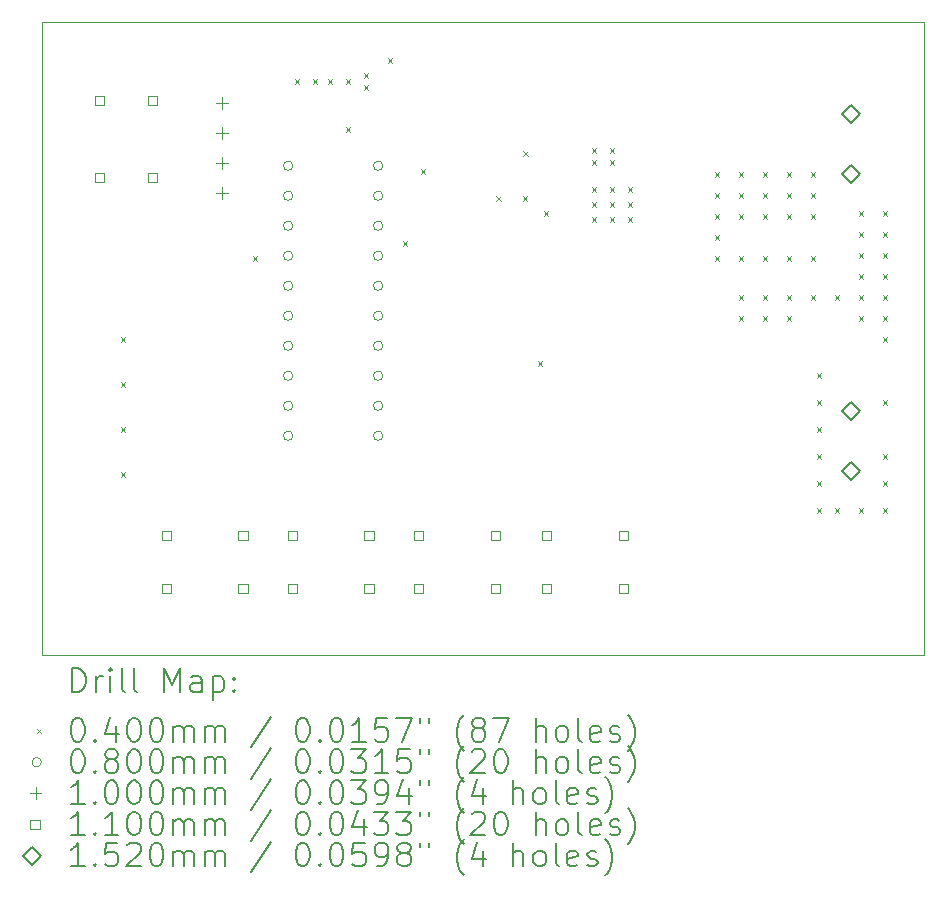
<source format=gbr>
%TF.GenerationSoftware,KiCad,Pcbnew,7.0.7*%
%TF.CreationDate,2023-12-28T09:22:00+02:00*%
%TF.ProjectId,LED Dimmer,4c454420-4469-46d6-9d65-722e6b696361,rev?*%
%TF.SameCoordinates,Original*%
%TF.FileFunction,Drillmap*%
%TF.FilePolarity,Positive*%
%FSLAX45Y45*%
G04 Gerber Fmt 4.5, Leading zero omitted, Abs format (unit mm)*
G04 Created by KiCad (PCBNEW 7.0.7) date 2023-12-28 09:22:00*
%MOMM*%
%LPD*%
G01*
G04 APERTURE LIST*
%ADD10C,0.100000*%
%ADD11C,0.200000*%
%ADD12C,0.040000*%
%ADD13C,0.080000*%
%ADD14C,0.110000*%
%ADD15C,0.152000*%
G04 APERTURE END LIST*
D10*
X24333200Y-13157200D02*
X16865600Y-13157200D01*
X16865600Y-7797800D01*
X24333200Y-7797800D01*
X24333200Y-13157200D01*
D11*
D12*
X17531400Y-10470200D02*
X17571400Y-10510200D01*
X17571400Y-10470200D02*
X17531400Y-10510200D01*
X17531400Y-10851200D02*
X17571400Y-10891200D01*
X17571400Y-10851200D02*
X17531400Y-10891200D01*
X17531400Y-11232200D02*
X17571400Y-11272200D01*
X17571400Y-11232200D02*
X17531400Y-11272200D01*
X17531400Y-11613200D02*
X17571400Y-11653200D01*
X17571400Y-11613200D02*
X17531400Y-11653200D01*
X18649000Y-9784400D02*
X18689000Y-9824400D01*
X18689000Y-9784400D02*
X18649000Y-9824400D01*
X19004600Y-8285800D02*
X19044600Y-8325800D01*
X19044600Y-8285800D02*
X19004600Y-8325800D01*
X19157000Y-8285800D02*
X19197000Y-8325800D01*
X19197000Y-8285800D02*
X19157000Y-8325800D01*
X19284000Y-8285800D02*
X19324000Y-8325800D01*
X19324000Y-8285800D02*
X19284000Y-8325800D01*
X19436400Y-8285800D02*
X19476400Y-8325800D01*
X19476400Y-8285800D02*
X19436400Y-8325800D01*
X19436400Y-8692200D02*
X19476400Y-8732200D01*
X19476400Y-8692200D02*
X19436400Y-8732200D01*
X19588800Y-8235000D02*
X19628800Y-8275000D01*
X19628800Y-8235000D02*
X19588800Y-8275000D01*
X19588800Y-8336600D02*
X19628800Y-8376600D01*
X19628800Y-8336600D02*
X19588800Y-8376600D01*
X19792000Y-8108000D02*
X19832000Y-8148000D01*
X19832000Y-8108000D02*
X19792000Y-8148000D01*
X19919000Y-9657400D02*
X19959000Y-9697400D01*
X19959000Y-9657400D02*
X19919000Y-9697400D01*
X20071400Y-9047800D02*
X20111400Y-9087800D01*
X20111400Y-9047800D02*
X20071400Y-9087800D01*
X20708400Y-9275000D02*
X20748400Y-9315000D01*
X20748400Y-9275000D02*
X20708400Y-9315000D01*
X20935000Y-9276400D02*
X20975000Y-9316400D01*
X20975000Y-9276400D02*
X20935000Y-9316400D01*
X20937000Y-8894000D02*
X20977000Y-8934000D01*
X20977000Y-8894000D02*
X20937000Y-8934000D01*
X21062000Y-10673400D02*
X21102000Y-10713400D01*
X21102000Y-10673400D02*
X21062000Y-10713400D01*
X21112800Y-9403400D02*
X21152800Y-9443400D01*
X21152800Y-9403400D02*
X21112800Y-9443400D01*
X21519200Y-8870000D02*
X21559200Y-8910000D01*
X21559200Y-8870000D02*
X21519200Y-8910000D01*
X21519200Y-8971600D02*
X21559200Y-9011600D01*
X21559200Y-8971600D02*
X21519200Y-9011600D01*
X21519200Y-9200200D02*
X21559200Y-9240200D01*
X21559200Y-9200200D02*
X21519200Y-9240200D01*
X21519200Y-9327200D02*
X21559200Y-9367200D01*
X21559200Y-9327200D02*
X21519200Y-9367200D01*
X21519200Y-9454200D02*
X21559200Y-9494200D01*
X21559200Y-9454200D02*
X21519200Y-9494200D01*
X21671600Y-8870000D02*
X21711600Y-8910000D01*
X21711600Y-8870000D02*
X21671600Y-8910000D01*
X21671600Y-8971600D02*
X21711600Y-9011600D01*
X21711600Y-8971600D02*
X21671600Y-9011600D01*
X21671600Y-9200200D02*
X21711600Y-9240200D01*
X21711600Y-9200200D02*
X21671600Y-9240200D01*
X21671600Y-9327200D02*
X21711600Y-9367200D01*
X21711600Y-9327200D02*
X21671600Y-9367200D01*
X21671600Y-9454200D02*
X21711600Y-9494200D01*
X21711600Y-9454200D02*
X21671600Y-9494200D01*
X21824000Y-9200200D02*
X21864000Y-9240200D01*
X21864000Y-9200200D02*
X21824000Y-9240200D01*
X21824000Y-9327200D02*
X21864000Y-9367200D01*
X21864000Y-9327200D02*
X21824000Y-9367200D01*
X21824000Y-9454200D02*
X21864000Y-9494200D01*
X21864000Y-9454200D02*
X21824000Y-9494200D01*
X22560600Y-9073200D02*
X22600600Y-9113200D01*
X22600600Y-9073200D02*
X22560600Y-9113200D01*
X22560600Y-9251000D02*
X22600600Y-9291000D01*
X22600600Y-9251000D02*
X22560600Y-9291000D01*
X22560600Y-9428800D02*
X22600600Y-9468800D01*
X22600600Y-9428800D02*
X22560600Y-9468800D01*
X22560600Y-9606600D02*
X22600600Y-9646600D01*
X22600600Y-9606600D02*
X22560600Y-9646600D01*
X22560600Y-9784400D02*
X22600600Y-9824400D01*
X22600600Y-9784400D02*
X22560600Y-9824400D01*
X22763800Y-9073200D02*
X22803800Y-9113200D01*
X22803800Y-9073200D02*
X22763800Y-9113200D01*
X22763800Y-9251000D02*
X22803800Y-9291000D01*
X22803800Y-9251000D02*
X22763800Y-9291000D01*
X22763800Y-9428800D02*
X22803800Y-9468800D01*
X22803800Y-9428800D02*
X22763800Y-9468800D01*
X22763800Y-9784400D02*
X22803800Y-9824400D01*
X22803800Y-9784400D02*
X22763800Y-9824400D01*
X22763800Y-10114600D02*
X22803800Y-10154600D01*
X22803800Y-10114600D02*
X22763800Y-10154600D01*
X22763800Y-10292400D02*
X22803800Y-10332400D01*
X22803800Y-10292400D02*
X22763800Y-10332400D01*
X22967000Y-9073200D02*
X23007000Y-9113200D01*
X23007000Y-9073200D02*
X22967000Y-9113200D01*
X22967000Y-9251000D02*
X23007000Y-9291000D01*
X23007000Y-9251000D02*
X22967000Y-9291000D01*
X22967000Y-9428800D02*
X23007000Y-9468800D01*
X23007000Y-9428800D02*
X22967000Y-9468800D01*
X22967000Y-9784400D02*
X23007000Y-9824400D01*
X23007000Y-9784400D02*
X22967000Y-9824400D01*
X22967000Y-10114600D02*
X23007000Y-10154600D01*
X23007000Y-10114600D02*
X22967000Y-10154600D01*
X22967000Y-10292400D02*
X23007000Y-10332400D01*
X23007000Y-10292400D02*
X22967000Y-10332400D01*
X23170200Y-9073200D02*
X23210200Y-9113200D01*
X23210200Y-9073200D02*
X23170200Y-9113200D01*
X23170200Y-9251000D02*
X23210200Y-9291000D01*
X23210200Y-9251000D02*
X23170200Y-9291000D01*
X23170200Y-9428800D02*
X23210200Y-9468800D01*
X23210200Y-9428800D02*
X23170200Y-9468800D01*
X23170200Y-9784400D02*
X23210200Y-9824400D01*
X23210200Y-9784400D02*
X23170200Y-9824400D01*
X23170200Y-10114600D02*
X23210200Y-10154600D01*
X23210200Y-10114600D02*
X23170200Y-10154600D01*
X23170200Y-10292400D02*
X23210200Y-10332400D01*
X23210200Y-10292400D02*
X23170200Y-10332400D01*
X23373400Y-9073200D02*
X23413400Y-9113200D01*
X23413400Y-9073200D02*
X23373400Y-9113200D01*
X23373400Y-9251000D02*
X23413400Y-9291000D01*
X23413400Y-9251000D02*
X23373400Y-9291000D01*
X23373400Y-9428800D02*
X23413400Y-9468800D01*
X23413400Y-9428800D02*
X23373400Y-9468800D01*
X23373400Y-9784400D02*
X23413400Y-9824400D01*
X23413400Y-9784400D02*
X23373400Y-9824400D01*
X23373400Y-10114600D02*
X23413400Y-10154600D01*
X23413400Y-10114600D02*
X23373400Y-10154600D01*
X23424200Y-10775000D02*
X23464200Y-10815000D01*
X23464200Y-10775000D02*
X23424200Y-10815000D01*
X23424200Y-11003600D02*
X23464200Y-11043600D01*
X23464200Y-11003600D02*
X23424200Y-11043600D01*
X23424200Y-11232200D02*
X23464200Y-11272200D01*
X23464200Y-11232200D02*
X23424200Y-11272200D01*
X23424200Y-11460800D02*
X23464200Y-11500800D01*
X23464200Y-11460800D02*
X23424200Y-11500800D01*
X23424200Y-11689400D02*
X23464200Y-11729400D01*
X23464200Y-11689400D02*
X23424200Y-11729400D01*
X23424200Y-11918000D02*
X23464200Y-11958000D01*
X23464200Y-11918000D02*
X23424200Y-11958000D01*
X23576600Y-10114600D02*
X23616600Y-10154600D01*
X23616600Y-10114600D02*
X23576600Y-10154600D01*
X23576600Y-11918000D02*
X23616600Y-11958000D01*
X23616600Y-11918000D02*
X23576600Y-11958000D01*
X23779800Y-9403400D02*
X23819800Y-9443400D01*
X23819800Y-9403400D02*
X23779800Y-9443400D01*
X23779800Y-9581200D02*
X23819800Y-9621200D01*
X23819800Y-9581200D02*
X23779800Y-9621200D01*
X23779800Y-9759000D02*
X23819800Y-9799000D01*
X23819800Y-9759000D02*
X23779800Y-9799000D01*
X23779800Y-9936800D02*
X23819800Y-9976800D01*
X23819800Y-9936800D02*
X23779800Y-9976800D01*
X23779800Y-10114600D02*
X23819800Y-10154600D01*
X23819800Y-10114600D02*
X23779800Y-10154600D01*
X23779800Y-10292400D02*
X23819800Y-10332400D01*
X23819800Y-10292400D02*
X23779800Y-10332400D01*
X23779800Y-11918000D02*
X23819800Y-11958000D01*
X23819800Y-11918000D02*
X23779800Y-11958000D01*
X23983000Y-9403400D02*
X24023000Y-9443400D01*
X24023000Y-9403400D02*
X23983000Y-9443400D01*
X23983000Y-9581200D02*
X24023000Y-9621200D01*
X24023000Y-9581200D02*
X23983000Y-9621200D01*
X23983000Y-9759000D02*
X24023000Y-9799000D01*
X24023000Y-9759000D02*
X23983000Y-9799000D01*
X23983000Y-9936800D02*
X24023000Y-9976800D01*
X24023000Y-9936800D02*
X23983000Y-9976800D01*
X23983000Y-10114600D02*
X24023000Y-10154600D01*
X24023000Y-10114600D02*
X23983000Y-10154600D01*
X23983000Y-10292400D02*
X24023000Y-10332400D01*
X24023000Y-10292400D02*
X23983000Y-10332400D01*
X23983000Y-10470200D02*
X24023000Y-10510200D01*
X24023000Y-10470200D02*
X23983000Y-10510200D01*
X23983000Y-11003600D02*
X24023000Y-11043600D01*
X24023000Y-11003600D02*
X23983000Y-11043600D01*
X23983000Y-11460800D02*
X24023000Y-11500800D01*
X24023000Y-11460800D02*
X23983000Y-11500800D01*
X23983000Y-11689400D02*
X24023000Y-11729400D01*
X24023000Y-11689400D02*
X23983000Y-11729400D01*
X23983000Y-11918000D02*
X24023000Y-11958000D01*
X24023000Y-11918000D02*
X23983000Y-11958000D01*
D13*
X18989400Y-9017500D02*
G75*
G03*
X18989400Y-9017500I-40000J0D01*
G01*
X18989400Y-9271500D02*
G75*
G03*
X18989400Y-9271500I-40000J0D01*
G01*
X18989400Y-9525500D02*
G75*
G03*
X18989400Y-9525500I-40000J0D01*
G01*
X18989400Y-9779500D02*
G75*
G03*
X18989400Y-9779500I-40000J0D01*
G01*
X18989400Y-10033500D02*
G75*
G03*
X18989400Y-10033500I-40000J0D01*
G01*
X18989400Y-10287500D02*
G75*
G03*
X18989400Y-10287500I-40000J0D01*
G01*
X18989400Y-10541500D02*
G75*
G03*
X18989400Y-10541500I-40000J0D01*
G01*
X18989400Y-10795500D02*
G75*
G03*
X18989400Y-10795500I-40000J0D01*
G01*
X18989400Y-11049500D02*
G75*
G03*
X18989400Y-11049500I-40000J0D01*
G01*
X18989400Y-11303500D02*
G75*
G03*
X18989400Y-11303500I-40000J0D01*
G01*
X19751400Y-9017500D02*
G75*
G03*
X19751400Y-9017500I-40000J0D01*
G01*
X19751400Y-9271500D02*
G75*
G03*
X19751400Y-9271500I-40000J0D01*
G01*
X19751400Y-9525500D02*
G75*
G03*
X19751400Y-9525500I-40000J0D01*
G01*
X19751400Y-9779500D02*
G75*
G03*
X19751400Y-9779500I-40000J0D01*
G01*
X19751400Y-10033500D02*
G75*
G03*
X19751400Y-10033500I-40000J0D01*
G01*
X19751400Y-10287500D02*
G75*
G03*
X19751400Y-10287500I-40000J0D01*
G01*
X19751400Y-10541500D02*
G75*
G03*
X19751400Y-10541500I-40000J0D01*
G01*
X19751400Y-10795500D02*
G75*
G03*
X19751400Y-10795500I-40000J0D01*
G01*
X19751400Y-11049500D02*
G75*
G03*
X19751400Y-11049500I-40000J0D01*
G01*
X19751400Y-11303500D02*
G75*
G03*
X19751400Y-11303500I-40000J0D01*
G01*
D10*
X18389600Y-8433600D02*
X18389600Y-8533600D01*
X18339600Y-8483600D02*
X18439600Y-8483600D01*
X18389600Y-8687600D02*
X18389600Y-8787600D01*
X18339600Y-8737600D02*
X18439600Y-8737600D01*
X18389600Y-8941600D02*
X18389600Y-9041600D01*
X18339600Y-8991600D02*
X18439600Y-8991600D01*
X18389600Y-9195600D02*
X18389600Y-9295600D01*
X18339600Y-9245600D02*
X18439600Y-9245600D01*
D14*
X17390691Y-8502291D02*
X17390691Y-8424509D01*
X17312909Y-8424509D01*
X17312909Y-8502291D01*
X17390691Y-8502291D01*
X17390691Y-9152291D02*
X17390691Y-9074509D01*
X17312909Y-9074509D01*
X17312909Y-9152291D01*
X17390691Y-9152291D01*
X17840691Y-8502291D02*
X17840691Y-8424509D01*
X17762909Y-8424509D01*
X17762909Y-8502291D01*
X17840691Y-8502291D01*
X17840691Y-9152291D02*
X17840691Y-9074509D01*
X17762909Y-9074509D01*
X17762909Y-9152291D01*
X17840691Y-9152291D01*
X17956291Y-12183691D02*
X17956291Y-12105909D01*
X17878509Y-12105909D01*
X17878509Y-12183691D01*
X17956291Y-12183691D01*
X17956291Y-12633691D02*
X17956291Y-12555909D01*
X17878509Y-12555909D01*
X17878509Y-12633691D01*
X17956291Y-12633691D01*
X18606291Y-12183691D02*
X18606291Y-12105909D01*
X18528509Y-12105909D01*
X18528509Y-12183691D01*
X18606291Y-12183691D01*
X18606291Y-12633691D02*
X18606291Y-12555909D01*
X18528509Y-12555909D01*
X18528509Y-12633691D01*
X18606291Y-12633691D01*
X19023091Y-12187291D02*
X19023091Y-12109509D01*
X18945309Y-12109509D01*
X18945309Y-12187291D01*
X19023091Y-12187291D01*
X19023091Y-12637291D02*
X19023091Y-12559509D01*
X18945309Y-12559509D01*
X18945309Y-12637291D01*
X19023091Y-12637291D01*
X19673091Y-12187291D02*
X19673091Y-12109509D01*
X19595309Y-12109509D01*
X19595309Y-12187291D01*
X19673091Y-12187291D01*
X19673091Y-12637291D02*
X19673091Y-12559509D01*
X19595309Y-12559509D01*
X19595309Y-12637291D01*
X19673091Y-12637291D01*
X20095091Y-12183691D02*
X20095091Y-12105909D01*
X20017309Y-12105909D01*
X20017309Y-12183691D01*
X20095091Y-12183691D01*
X20095091Y-12633691D02*
X20095091Y-12555909D01*
X20017309Y-12555909D01*
X20017309Y-12633691D01*
X20095091Y-12633691D01*
X20745091Y-12183691D02*
X20745091Y-12105909D01*
X20667309Y-12105909D01*
X20667309Y-12183691D01*
X20745091Y-12183691D01*
X20745091Y-12633691D02*
X20745091Y-12555909D01*
X20667309Y-12555909D01*
X20667309Y-12633691D01*
X20745091Y-12633691D01*
X21176891Y-12183691D02*
X21176891Y-12105909D01*
X21099109Y-12105909D01*
X21099109Y-12183691D01*
X21176891Y-12183691D01*
X21176891Y-12633691D02*
X21176891Y-12555909D01*
X21099109Y-12555909D01*
X21099109Y-12633691D01*
X21176891Y-12633691D01*
X21826891Y-12183691D02*
X21826891Y-12105909D01*
X21749109Y-12105909D01*
X21749109Y-12183691D01*
X21826891Y-12183691D01*
X21826891Y-12633691D02*
X21826891Y-12555909D01*
X21749109Y-12555909D01*
X21749109Y-12633691D01*
X21826891Y-12633691D01*
D15*
X23719000Y-8655400D02*
X23795000Y-8579400D01*
X23719000Y-8503400D01*
X23643000Y-8579400D01*
X23719000Y-8655400D01*
X23719000Y-9163400D02*
X23795000Y-9087400D01*
X23719000Y-9011400D01*
X23643000Y-9087400D01*
X23719000Y-9163400D01*
X23719000Y-11170000D02*
X23795000Y-11094000D01*
X23719000Y-11018000D01*
X23643000Y-11094000D01*
X23719000Y-11170000D01*
X23719000Y-11678000D02*
X23795000Y-11602000D01*
X23719000Y-11526000D01*
X23643000Y-11602000D01*
X23719000Y-11678000D01*
D11*
X17121377Y-13473684D02*
X17121377Y-13273684D01*
X17121377Y-13273684D02*
X17168996Y-13273684D01*
X17168996Y-13273684D02*
X17197567Y-13283208D01*
X17197567Y-13283208D02*
X17216615Y-13302255D01*
X17216615Y-13302255D02*
X17226139Y-13321303D01*
X17226139Y-13321303D02*
X17235663Y-13359398D01*
X17235663Y-13359398D02*
X17235663Y-13387969D01*
X17235663Y-13387969D02*
X17226139Y-13426065D01*
X17226139Y-13426065D02*
X17216615Y-13445112D01*
X17216615Y-13445112D02*
X17197567Y-13464160D01*
X17197567Y-13464160D02*
X17168996Y-13473684D01*
X17168996Y-13473684D02*
X17121377Y-13473684D01*
X17321377Y-13473684D02*
X17321377Y-13340350D01*
X17321377Y-13378446D02*
X17330901Y-13359398D01*
X17330901Y-13359398D02*
X17340424Y-13349874D01*
X17340424Y-13349874D02*
X17359472Y-13340350D01*
X17359472Y-13340350D02*
X17378520Y-13340350D01*
X17445186Y-13473684D02*
X17445186Y-13340350D01*
X17445186Y-13273684D02*
X17435663Y-13283208D01*
X17435663Y-13283208D02*
X17445186Y-13292731D01*
X17445186Y-13292731D02*
X17454710Y-13283208D01*
X17454710Y-13283208D02*
X17445186Y-13273684D01*
X17445186Y-13273684D02*
X17445186Y-13292731D01*
X17568996Y-13473684D02*
X17549948Y-13464160D01*
X17549948Y-13464160D02*
X17540424Y-13445112D01*
X17540424Y-13445112D02*
X17540424Y-13273684D01*
X17673758Y-13473684D02*
X17654710Y-13464160D01*
X17654710Y-13464160D02*
X17645186Y-13445112D01*
X17645186Y-13445112D02*
X17645186Y-13273684D01*
X17902329Y-13473684D02*
X17902329Y-13273684D01*
X17902329Y-13273684D02*
X17968996Y-13416541D01*
X17968996Y-13416541D02*
X18035663Y-13273684D01*
X18035663Y-13273684D02*
X18035663Y-13473684D01*
X18216615Y-13473684D02*
X18216615Y-13368922D01*
X18216615Y-13368922D02*
X18207091Y-13349874D01*
X18207091Y-13349874D02*
X18188044Y-13340350D01*
X18188044Y-13340350D02*
X18149948Y-13340350D01*
X18149948Y-13340350D02*
X18130901Y-13349874D01*
X18216615Y-13464160D02*
X18197567Y-13473684D01*
X18197567Y-13473684D02*
X18149948Y-13473684D01*
X18149948Y-13473684D02*
X18130901Y-13464160D01*
X18130901Y-13464160D02*
X18121377Y-13445112D01*
X18121377Y-13445112D02*
X18121377Y-13426065D01*
X18121377Y-13426065D02*
X18130901Y-13407017D01*
X18130901Y-13407017D02*
X18149948Y-13397493D01*
X18149948Y-13397493D02*
X18197567Y-13397493D01*
X18197567Y-13397493D02*
X18216615Y-13387969D01*
X18311853Y-13340350D02*
X18311853Y-13540350D01*
X18311853Y-13349874D02*
X18330901Y-13340350D01*
X18330901Y-13340350D02*
X18368996Y-13340350D01*
X18368996Y-13340350D02*
X18388044Y-13349874D01*
X18388044Y-13349874D02*
X18397567Y-13359398D01*
X18397567Y-13359398D02*
X18407091Y-13378446D01*
X18407091Y-13378446D02*
X18407091Y-13435588D01*
X18407091Y-13435588D02*
X18397567Y-13454636D01*
X18397567Y-13454636D02*
X18388044Y-13464160D01*
X18388044Y-13464160D02*
X18368996Y-13473684D01*
X18368996Y-13473684D02*
X18330901Y-13473684D01*
X18330901Y-13473684D02*
X18311853Y-13464160D01*
X18492805Y-13454636D02*
X18502329Y-13464160D01*
X18502329Y-13464160D02*
X18492805Y-13473684D01*
X18492805Y-13473684D02*
X18483282Y-13464160D01*
X18483282Y-13464160D02*
X18492805Y-13454636D01*
X18492805Y-13454636D02*
X18492805Y-13473684D01*
X18492805Y-13349874D02*
X18502329Y-13359398D01*
X18502329Y-13359398D02*
X18492805Y-13368922D01*
X18492805Y-13368922D02*
X18483282Y-13359398D01*
X18483282Y-13359398D02*
X18492805Y-13349874D01*
X18492805Y-13349874D02*
X18492805Y-13368922D01*
D12*
X16820600Y-13782200D02*
X16860600Y-13822200D01*
X16860600Y-13782200D02*
X16820600Y-13822200D01*
D11*
X17159472Y-13693684D02*
X17178520Y-13693684D01*
X17178520Y-13693684D02*
X17197567Y-13703208D01*
X17197567Y-13703208D02*
X17207091Y-13712731D01*
X17207091Y-13712731D02*
X17216615Y-13731779D01*
X17216615Y-13731779D02*
X17226139Y-13769874D01*
X17226139Y-13769874D02*
X17226139Y-13817493D01*
X17226139Y-13817493D02*
X17216615Y-13855588D01*
X17216615Y-13855588D02*
X17207091Y-13874636D01*
X17207091Y-13874636D02*
X17197567Y-13884160D01*
X17197567Y-13884160D02*
X17178520Y-13893684D01*
X17178520Y-13893684D02*
X17159472Y-13893684D01*
X17159472Y-13893684D02*
X17140424Y-13884160D01*
X17140424Y-13884160D02*
X17130901Y-13874636D01*
X17130901Y-13874636D02*
X17121377Y-13855588D01*
X17121377Y-13855588D02*
X17111853Y-13817493D01*
X17111853Y-13817493D02*
X17111853Y-13769874D01*
X17111853Y-13769874D02*
X17121377Y-13731779D01*
X17121377Y-13731779D02*
X17130901Y-13712731D01*
X17130901Y-13712731D02*
X17140424Y-13703208D01*
X17140424Y-13703208D02*
X17159472Y-13693684D01*
X17311853Y-13874636D02*
X17321377Y-13884160D01*
X17321377Y-13884160D02*
X17311853Y-13893684D01*
X17311853Y-13893684D02*
X17302329Y-13884160D01*
X17302329Y-13884160D02*
X17311853Y-13874636D01*
X17311853Y-13874636D02*
X17311853Y-13893684D01*
X17492805Y-13760350D02*
X17492805Y-13893684D01*
X17445186Y-13684160D02*
X17397567Y-13827017D01*
X17397567Y-13827017D02*
X17521377Y-13827017D01*
X17635663Y-13693684D02*
X17654710Y-13693684D01*
X17654710Y-13693684D02*
X17673758Y-13703208D01*
X17673758Y-13703208D02*
X17683282Y-13712731D01*
X17683282Y-13712731D02*
X17692805Y-13731779D01*
X17692805Y-13731779D02*
X17702329Y-13769874D01*
X17702329Y-13769874D02*
X17702329Y-13817493D01*
X17702329Y-13817493D02*
X17692805Y-13855588D01*
X17692805Y-13855588D02*
X17683282Y-13874636D01*
X17683282Y-13874636D02*
X17673758Y-13884160D01*
X17673758Y-13884160D02*
X17654710Y-13893684D01*
X17654710Y-13893684D02*
X17635663Y-13893684D01*
X17635663Y-13893684D02*
X17616615Y-13884160D01*
X17616615Y-13884160D02*
X17607091Y-13874636D01*
X17607091Y-13874636D02*
X17597567Y-13855588D01*
X17597567Y-13855588D02*
X17588044Y-13817493D01*
X17588044Y-13817493D02*
X17588044Y-13769874D01*
X17588044Y-13769874D02*
X17597567Y-13731779D01*
X17597567Y-13731779D02*
X17607091Y-13712731D01*
X17607091Y-13712731D02*
X17616615Y-13703208D01*
X17616615Y-13703208D02*
X17635663Y-13693684D01*
X17826139Y-13693684D02*
X17845186Y-13693684D01*
X17845186Y-13693684D02*
X17864234Y-13703208D01*
X17864234Y-13703208D02*
X17873758Y-13712731D01*
X17873758Y-13712731D02*
X17883282Y-13731779D01*
X17883282Y-13731779D02*
X17892805Y-13769874D01*
X17892805Y-13769874D02*
X17892805Y-13817493D01*
X17892805Y-13817493D02*
X17883282Y-13855588D01*
X17883282Y-13855588D02*
X17873758Y-13874636D01*
X17873758Y-13874636D02*
X17864234Y-13884160D01*
X17864234Y-13884160D02*
X17845186Y-13893684D01*
X17845186Y-13893684D02*
X17826139Y-13893684D01*
X17826139Y-13893684D02*
X17807091Y-13884160D01*
X17807091Y-13884160D02*
X17797567Y-13874636D01*
X17797567Y-13874636D02*
X17788044Y-13855588D01*
X17788044Y-13855588D02*
X17778520Y-13817493D01*
X17778520Y-13817493D02*
X17778520Y-13769874D01*
X17778520Y-13769874D02*
X17788044Y-13731779D01*
X17788044Y-13731779D02*
X17797567Y-13712731D01*
X17797567Y-13712731D02*
X17807091Y-13703208D01*
X17807091Y-13703208D02*
X17826139Y-13693684D01*
X17978520Y-13893684D02*
X17978520Y-13760350D01*
X17978520Y-13779398D02*
X17988044Y-13769874D01*
X17988044Y-13769874D02*
X18007091Y-13760350D01*
X18007091Y-13760350D02*
X18035663Y-13760350D01*
X18035663Y-13760350D02*
X18054710Y-13769874D01*
X18054710Y-13769874D02*
X18064234Y-13788922D01*
X18064234Y-13788922D02*
X18064234Y-13893684D01*
X18064234Y-13788922D02*
X18073758Y-13769874D01*
X18073758Y-13769874D02*
X18092805Y-13760350D01*
X18092805Y-13760350D02*
X18121377Y-13760350D01*
X18121377Y-13760350D02*
X18140425Y-13769874D01*
X18140425Y-13769874D02*
X18149948Y-13788922D01*
X18149948Y-13788922D02*
X18149948Y-13893684D01*
X18245186Y-13893684D02*
X18245186Y-13760350D01*
X18245186Y-13779398D02*
X18254710Y-13769874D01*
X18254710Y-13769874D02*
X18273758Y-13760350D01*
X18273758Y-13760350D02*
X18302329Y-13760350D01*
X18302329Y-13760350D02*
X18321377Y-13769874D01*
X18321377Y-13769874D02*
X18330901Y-13788922D01*
X18330901Y-13788922D02*
X18330901Y-13893684D01*
X18330901Y-13788922D02*
X18340425Y-13769874D01*
X18340425Y-13769874D02*
X18359472Y-13760350D01*
X18359472Y-13760350D02*
X18388044Y-13760350D01*
X18388044Y-13760350D02*
X18407091Y-13769874D01*
X18407091Y-13769874D02*
X18416615Y-13788922D01*
X18416615Y-13788922D02*
X18416615Y-13893684D01*
X18807091Y-13684160D02*
X18635663Y-13941303D01*
X19064234Y-13693684D02*
X19083282Y-13693684D01*
X19083282Y-13693684D02*
X19102329Y-13703208D01*
X19102329Y-13703208D02*
X19111853Y-13712731D01*
X19111853Y-13712731D02*
X19121377Y-13731779D01*
X19121377Y-13731779D02*
X19130901Y-13769874D01*
X19130901Y-13769874D02*
X19130901Y-13817493D01*
X19130901Y-13817493D02*
X19121377Y-13855588D01*
X19121377Y-13855588D02*
X19111853Y-13874636D01*
X19111853Y-13874636D02*
X19102329Y-13884160D01*
X19102329Y-13884160D02*
X19083282Y-13893684D01*
X19083282Y-13893684D02*
X19064234Y-13893684D01*
X19064234Y-13893684D02*
X19045187Y-13884160D01*
X19045187Y-13884160D02*
X19035663Y-13874636D01*
X19035663Y-13874636D02*
X19026139Y-13855588D01*
X19026139Y-13855588D02*
X19016615Y-13817493D01*
X19016615Y-13817493D02*
X19016615Y-13769874D01*
X19016615Y-13769874D02*
X19026139Y-13731779D01*
X19026139Y-13731779D02*
X19035663Y-13712731D01*
X19035663Y-13712731D02*
X19045187Y-13703208D01*
X19045187Y-13703208D02*
X19064234Y-13693684D01*
X19216615Y-13874636D02*
X19226139Y-13884160D01*
X19226139Y-13884160D02*
X19216615Y-13893684D01*
X19216615Y-13893684D02*
X19207091Y-13884160D01*
X19207091Y-13884160D02*
X19216615Y-13874636D01*
X19216615Y-13874636D02*
X19216615Y-13893684D01*
X19349948Y-13693684D02*
X19368996Y-13693684D01*
X19368996Y-13693684D02*
X19388044Y-13703208D01*
X19388044Y-13703208D02*
X19397568Y-13712731D01*
X19397568Y-13712731D02*
X19407091Y-13731779D01*
X19407091Y-13731779D02*
X19416615Y-13769874D01*
X19416615Y-13769874D02*
X19416615Y-13817493D01*
X19416615Y-13817493D02*
X19407091Y-13855588D01*
X19407091Y-13855588D02*
X19397568Y-13874636D01*
X19397568Y-13874636D02*
X19388044Y-13884160D01*
X19388044Y-13884160D02*
X19368996Y-13893684D01*
X19368996Y-13893684D02*
X19349948Y-13893684D01*
X19349948Y-13893684D02*
X19330901Y-13884160D01*
X19330901Y-13884160D02*
X19321377Y-13874636D01*
X19321377Y-13874636D02*
X19311853Y-13855588D01*
X19311853Y-13855588D02*
X19302329Y-13817493D01*
X19302329Y-13817493D02*
X19302329Y-13769874D01*
X19302329Y-13769874D02*
X19311853Y-13731779D01*
X19311853Y-13731779D02*
X19321377Y-13712731D01*
X19321377Y-13712731D02*
X19330901Y-13703208D01*
X19330901Y-13703208D02*
X19349948Y-13693684D01*
X19607091Y-13893684D02*
X19492806Y-13893684D01*
X19549948Y-13893684D02*
X19549948Y-13693684D01*
X19549948Y-13693684D02*
X19530901Y-13722255D01*
X19530901Y-13722255D02*
X19511853Y-13741303D01*
X19511853Y-13741303D02*
X19492806Y-13750827D01*
X19788044Y-13693684D02*
X19692806Y-13693684D01*
X19692806Y-13693684D02*
X19683282Y-13788922D01*
X19683282Y-13788922D02*
X19692806Y-13779398D01*
X19692806Y-13779398D02*
X19711853Y-13769874D01*
X19711853Y-13769874D02*
X19759472Y-13769874D01*
X19759472Y-13769874D02*
X19778520Y-13779398D01*
X19778520Y-13779398D02*
X19788044Y-13788922D01*
X19788044Y-13788922D02*
X19797568Y-13807969D01*
X19797568Y-13807969D02*
X19797568Y-13855588D01*
X19797568Y-13855588D02*
X19788044Y-13874636D01*
X19788044Y-13874636D02*
X19778520Y-13884160D01*
X19778520Y-13884160D02*
X19759472Y-13893684D01*
X19759472Y-13893684D02*
X19711853Y-13893684D01*
X19711853Y-13893684D02*
X19692806Y-13884160D01*
X19692806Y-13884160D02*
X19683282Y-13874636D01*
X19864234Y-13693684D02*
X19997568Y-13693684D01*
X19997568Y-13693684D02*
X19911853Y-13893684D01*
X20064234Y-13693684D02*
X20064234Y-13731779D01*
X20140425Y-13693684D02*
X20140425Y-13731779D01*
X20435663Y-13969874D02*
X20426139Y-13960350D01*
X20426139Y-13960350D02*
X20407091Y-13931779D01*
X20407091Y-13931779D02*
X20397568Y-13912731D01*
X20397568Y-13912731D02*
X20388044Y-13884160D01*
X20388044Y-13884160D02*
X20378520Y-13836541D01*
X20378520Y-13836541D02*
X20378520Y-13798446D01*
X20378520Y-13798446D02*
X20388044Y-13750827D01*
X20388044Y-13750827D02*
X20397568Y-13722255D01*
X20397568Y-13722255D02*
X20407091Y-13703208D01*
X20407091Y-13703208D02*
X20426139Y-13674636D01*
X20426139Y-13674636D02*
X20435663Y-13665112D01*
X20540425Y-13779398D02*
X20521377Y-13769874D01*
X20521377Y-13769874D02*
X20511853Y-13760350D01*
X20511853Y-13760350D02*
X20502330Y-13741303D01*
X20502330Y-13741303D02*
X20502330Y-13731779D01*
X20502330Y-13731779D02*
X20511853Y-13712731D01*
X20511853Y-13712731D02*
X20521377Y-13703208D01*
X20521377Y-13703208D02*
X20540425Y-13693684D01*
X20540425Y-13693684D02*
X20578520Y-13693684D01*
X20578520Y-13693684D02*
X20597568Y-13703208D01*
X20597568Y-13703208D02*
X20607091Y-13712731D01*
X20607091Y-13712731D02*
X20616615Y-13731779D01*
X20616615Y-13731779D02*
X20616615Y-13741303D01*
X20616615Y-13741303D02*
X20607091Y-13760350D01*
X20607091Y-13760350D02*
X20597568Y-13769874D01*
X20597568Y-13769874D02*
X20578520Y-13779398D01*
X20578520Y-13779398D02*
X20540425Y-13779398D01*
X20540425Y-13779398D02*
X20521377Y-13788922D01*
X20521377Y-13788922D02*
X20511853Y-13798446D01*
X20511853Y-13798446D02*
X20502330Y-13817493D01*
X20502330Y-13817493D02*
X20502330Y-13855588D01*
X20502330Y-13855588D02*
X20511853Y-13874636D01*
X20511853Y-13874636D02*
X20521377Y-13884160D01*
X20521377Y-13884160D02*
X20540425Y-13893684D01*
X20540425Y-13893684D02*
X20578520Y-13893684D01*
X20578520Y-13893684D02*
X20597568Y-13884160D01*
X20597568Y-13884160D02*
X20607091Y-13874636D01*
X20607091Y-13874636D02*
X20616615Y-13855588D01*
X20616615Y-13855588D02*
X20616615Y-13817493D01*
X20616615Y-13817493D02*
X20607091Y-13798446D01*
X20607091Y-13798446D02*
X20597568Y-13788922D01*
X20597568Y-13788922D02*
X20578520Y-13779398D01*
X20683282Y-13693684D02*
X20816615Y-13693684D01*
X20816615Y-13693684D02*
X20730901Y-13893684D01*
X21045187Y-13893684D02*
X21045187Y-13693684D01*
X21130901Y-13893684D02*
X21130901Y-13788922D01*
X21130901Y-13788922D02*
X21121377Y-13769874D01*
X21121377Y-13769874D02*
X21102330Y-13760350D01*
X21102330Y-13760350D02*
X21073758Y-13760350D01*
X21073758Y-13760350D02*
X21054711Y-13769874D01*
X21054711Y-13769874D02*
X21045187Y-13779398D01*
X21254711Y-13893684D02*
X21235663Y-13884160D01*
X21235663Y-13884160D02*
X21226139Y-13874636D01*
X21226139Y-13874636D02*
X21216615Y-13855588D01*
X21216615Y-13855588D02*
X21216615Y-13798446D01*
X21216615Y-13798446D02*
X21226139Y-13779398D01*
X21226139Y-13779398D02*
X21235663Y-13769874D01*
X21235663Y-13769874D02*
X21254711Y-13760350D01*
X21254711Y-13760350D02*
X21283282Y-13760350D01*
X21283282Y-13760350D02*
X21302330Y-13769874D01*
X21302330Y-13769874D02*
X21311853Y-13779398D01*
X21311853Y-13779398D02*
X21321377Y-13798446D01*
X21321377Y-13798446D02*
X21321377Y-13855588D01*
X21321377Y-13855588D02*
X21311853Y-13874636D01*
X21311853Y-13874636D02*
X21302330Y-13884160D01*
X21302330Y-13884160D02*
X21283282Y-13893684D01*
X21283282Y-13893684D02*
X21254711Y-13893684D01*
X21435663Y-13893684D02*
X21416615Y-13884160D01*
X21416615Y-13884160D02*
X21407092Y-13865112D01*
X21407092Y-13865112D02*
X21407092Y-13693684D01*
X21588044Y-13884160D02*
X21568996Y-13893684D01*
X21568996Y-13893684D02*
X21530901Y-13893684D01*
X21530901Y-13893684D02*
X21511853Y-13884160D01*
X21511853Y-13884160D02*
X21502330Y-13865112D01*
X21502330Y-13865112D02*
X21502330Y-13788922D01*
X21502330Y-13788922D02*
X21511853Y-13769874D01*
X21511853Y-13769874D02*
X21530901Y-13760350D01*
X21530901Y-13760350D02*
X21568996Y-13760350D01*
X21568996Y-13760350D02*
X21588044Y-13769874D01*
X21588044Y-13769874D02*
X21597568Y-13788922D01*
X21597568Y-13788922D02*
X21597568Y-13807969D01*
X21597568Y-13807969D02*
X21502330Y-13827017D01*
X21673758Y-13884160D02*
X21692806Y-13893684D01*
X21692806Y-13893684D02*
X21730901Y-13893684D01*
X21730901Y-13893684D02*
X21749949Y-13884160D01*
X21749949Y-13884160D02*
X21759473Y-13865112D01*
X21759473Y-13865112D02*
X21759473Y-13855588D01*
X21759473Y-13855588D02*
X21749949Y-13836541D01*
X21749949Y-13836541D02*
X21730901Y-13827017D01*
X21730901Y-13827017D02*
X21702330Y-13827017D01*
X21702330Y-13827017D02*
X21683282Y-13817493D01*
X21683282Y-13817493D02*
X21673758Y-13798446D01*
X21673758Y-13798446D02*
X21673758Y-13788922D01*
X21673758Y-13788922D02*
X21683282Y-13769874D01*
X21683282Y-13769874D02*
X21702330Y-13760350D01*
X21702330Y-13760350D02*
X21730901Y-13760350D01*
X21730901Y-13760350D02*
X21749949Y-13769874D01*
X21826139Y-13969874D02*
X21835663Y-13960350D01*
X21835663Y-13960350D02*
X21854711Y-13931779D01*
X21854711Y-13931779D02*
X21864234Y-13912731D01*
X21864234Y-13912731D02*
X21873758Y-13884160D01*
X21873758Y-13884160D02*
X21883282Y-13836541D01*
X21883282Y-13836541D02*
X21883282Y-13798446D01*
X21883282Y-13798446D02*
X21873758Y-13750827D01*
X21873758Y-13750827D02*
X21864234Y-13722255D01*
X21864234Y-13722255D02*
X21854711Y-13703208D01*
X21854711Y-13703208D02*
X21835663Y-13674636D01*
X21835663Y-13674636D02*
X21826139Y-13665112D01*
D13*
X16860600Y-14066200D02*
G75*
G03*
X16860600Y-14066200I-40000J0D01*
G01*
D11*
X17159472Y-13957684D02*
X17178520Y-13957684D01*
X17178520Y-13957684D02*
X17197567Y-13967208D01*
X17197567Y-13967208D02*
X17207091Y-13976731D01*
X17207091Y-13976731D02*
X17216615Y-13995779D01*
X17216615Y-13995779D02*
X17226139Y-14033874D01*
X17226139Y-14033874D02*
X17226139Y-14081493D01*
X17226139Y-14081493D02*
X17216615Y-14119588D01*
X17216615Y-14119588D02*
X17207091Y-14138636D01*
X17207091Y-14138636D02*
X17197567Y-14148160D01*
X17197567Y-14148160D02*
X17178520Y-14157684D01*
X17178520Y-14157684D02*
X17159472Y-14157684D01*
X17159472Y-14157684D02*
X17140424Y-14148160D01*
X17140424Y-14148160D02*
X17130901Y-14138636D01*
X17130901Y-14138636D02*
X17121377Y-14119588D01*
X17121377Y-14119588D02*
X17111853Y-14081493D01*
X17111853Y-14081493D02*
X17111853Y-14033874D01*
X17111853Y-14033874D02*
X17121377Y-13995779D01*
X17121377Y-13995779D02*
X17130901Y-13976731D01*
X17130901Y-13976731D02*
X17140424Y-13967208D01*
X17140424Y-13967208D02*
X17159472Y-13957684D01*
X17311853Y-14138636D02*
X17321377Y-14148160D01*
X17321377Y-14148160D02*
X17311853Y-14157684D01*
X17311853Y-14157684D02*
X17302329Y-14148160D01*
X17302329Y-14148160D02*
X17311853Y-14138636D01*
X17311853Y-14138636D02*
X17311853Y-14157684D01*
X17435663Y-14043398D02*
X17416615Y-14033874D01*
X17416615Y-14033874D02*
X17407091Y-14024350D01*
X17407091Y-14024350D02*
X17397567Y-14005303D01*
X17397567Y-14005303D02*
X17397567Y-13995779D01*
X17397567Y-13995779D02*
X17407091Y-13976731D01*
X17407091Y-13976731D02*
X17416615Y-13967208D01*
X17416615Y-13967208D02*
X17435663Y-13957684D01*
X17435663Y-13957684D02*
X17473758Y-13957684D01*
X17473758Y-13957684D02*
X17492805Y-13967208D01*
X17492805Y-13967208D02*
X17502329Y-13976731D01*
X17502329Y-13976731D02*
X17511853Y-13995779D01*
X17511853Y-13995779D02*
X17511853Y-14005303D01*
X17511853Y-14005303D02*
X17502329Y-14024350D01*
X17502329Y-14024350D02*
X17492805Y-14033874D01*
X17492805Y-14033874D02*
X17473758Y-14043398D01*
X17473758Y-14043398D02*
X17435663Y-14043398D01*
X17435663Y-14043398D02*
X17416615Y-14052922D01*
X17416615Y-14052922D02*
X17407091Y-14062446D01*
X17407091Y-14062446D02*
X17397567Y-14081493D01*
X17397567Y-14081493D02*
X17397567Y-14119588D01*
X17397567Y-14119588D02*
X17407091Y-14138636D01*
X17407091Y-14138636D02*
X17416615Y-14148160D01*
X17416615Y-14148160D02*
X17435663Y-14157684D01*
X17435663Y-14157684D02*
X17473758Y-14157684D01*
X17473758Y-14157684D02*
X17492805Y-14148160D01*
X17492805Y-14148160D02*
X17502329Y-14138636D01*
X17502329Y-14138636D02*
X17511853Y-14119588D01*
X17511853Y-14119588D02*
X17511853Y-14081493D01*
X17511853Y-14081493D02*
X17502329Y-14062446D01*
X17502329Y-14062446D02*
X17492805Y-14052922D01*
X17492805Y-14052922D02*
X17473758Y-14043398D01*
X17635663Y-13957684D02*
X17654710Y-13957684D01*
X17654710Y-13957684D02*
X17673758Y-13967208D01*
X17673758Y-13967208D02*
X17683282Y-13976731D01*
X17683282Y-13976731D02*
X17692805Y-13995779D01*
X17692805Y-13995779D02*
X17702329Y-14033874D01*
X17702329Y-14033874D02*
X17702329Y-14081493D01*
X17702329Y-14081493D02*
X17692805Y-14119588D01*
X17692805Y-14119588D02*
X17683282Y-14138636D01*
X17683282Y-14138636D02*
X17673758Y-14148160D01*
X17673758Y-14148160D02*
X17654710Y-14157684D01*
X17654710Y-14157684D02*
X17635663Y-14157684D01*
X17635663Y-14157684D02*
X17616615Y-14148160D01*
X17616615Y-14148160D02*
X17607091Y-14138636D01*
X17607091Y-14138636D02*
X17597567Y-14119588D01*
X17597567Y-14119588D02*
X17588044Y-14081493D01*
X17588044Y-14081493D02*
X17588044Y-14033874D01*
X17588044Y-14033874D02*
X17597567Y-13995779D01*
X17597567Y-13995779D02*
X17607091Y-13976731D01*
X17607091Y-13976731D02*
X17616615Y-13967208D01*
X17616615Y-13967208D02*
X17635663Y-13957684D01*
X17826139Y-13957684D02*
X17845186Y-13957684D01*
X17845186Y-13957684D02*
X17864234Y-13967208D01*
X17864234Y-13967208D02*
X17873758Y-13976731D01*
X17873758Y-13976731D02*
X17883282Y-13995779D01*
X17883282Y-13995779D02*
X17892805Y-14033874D01*
X17892805Y-14033874D02*
X17892805Y-14081493D01*
X17892805Y-14081493D02*
X17883282Y-14119588D01*
X17883282Y-14119588D02*
X17873758Y-14138636D01*
X17873758Y-14138636D02*
X17864234Y-14148160D01*
X17864234Y-14148160D02*
X17845186Y-14157684D01*
X17845186Y-14157684D02*
X17826139Y-14157684D01*
X17826139Y-14157684D02*
X17807091Y-14148160D01*
X17807091Y-14148160D02*
X17797567Y-14138636D01*
X17797567Y-14138636D02*
X17788044Y-14119588D01*
X17788044Y-14119588D02*
X17778520Y-14081493D01*
X17778520Y-14081493D02*
X17778520Y-14033874D01*
X17778520Y-14033874D02*
X17788044Y-13995779D01*
X17788044Y-13995779D02*
X17797567Y-13976731D01*
X17797567Y-13976731D02*
X17807091Y-13967208D01*
X17807091Y-13967208D02*
X17826139Y-13957684D01*
X17978520Y-14157684D02*
X17978520Y-14024350D01*
X17978520Y-14043398D02*
X17988044Y-14033874D01*
X17988044Y-14033874D02*
X18007091Y-14024350D01*
X18007091Y-14024350D02*
X18035663Y-14024350D01*
X18035663Y-14024350D02*
X18054710Y-14033874D01*
X18054710Y-14033874D02*
X18064234Y-14052922D01*
X18064234Y-14052922D02*
X18064234Y-14157684D01*
X18064234Y-14052922D02*
X18073758Y-14033874D01*
X18073758Y-14033874D02*
X18092805Y-14024350D01*
X18092805Y-14024350D02*
X18121377Y-14024350D01*
X18121377Y-14024350D02*
X18140425Y-14033874D01*
X18140425Y-14033874D02*
X18149948Y-14052922D01*
X18149948Y-14052922D02*
X18149948Y-14157684D01*
X18245186Y-14157684D02*
X18245186Y-14024350D01*
X18245186Y-14043398D02*
X18254710Y-14033874D01*
X18254710Y-14033874D02*
X18273758Y-14024350D01*
X18273758Y-14024350D02*
X18302329Y-14024350D01*
X18302329Y-14024350D02*
X18321377Y-14033874D01*
X18321377Y-14033874D02*
X18330901Y-14052922D01*
X18330901Y-14052922D02*
X18330901Y-14157684D01*
X18330901Y-14052922D02*
X18340425Y-14033874D01*
X18340425Y-14033874D02*
X18359472Y-14024350D01*
X18359472Y-14024350D02*
X18388044Y-14024350D01*
X18388044Y-14024350D02*
X18407091Y-14033874D01*
X18407091Y-14033874D02*
X18416615Y-14052922D01*
X18416615Y-14052922D02*
X18416615Y-14157684D01*
X18807091Y-13948160D02*
X18635663Y-14205303D01*
X19064234Y-13957684D02*
X19083282Y-13957684D01*
X19083282Y-13957684D02*
X19102329Y-13967208D01*
X19102329Y-13967208D02*
X19111853Y-13976731D01*
X19111853Y-13976731D02*
X19121377Y-13995779D01*
X19121377Y-13995779D02*
X19130901Y-14033874D01*
X19130901Y-14033874D02*
X19130901Y-14081493D01*
X19130901Y-14081493D02*
X19121377Y-14119588D01*
X19121377Y-14119588D02*
X19111853Y-14138636D01*
X19111853Y-14138636D02*
X19102329Y-14148160D01*
X19102329Y-14148160D02*
X19083282Y-14157684D01*
X19083282Y-14157684D02*
X19064234Y-14157684D01*
X19064234Y-14157684D02*
X19045187Y-14148160D01*
X19045187Y-14148160D02*
X19035663Y-14138636D01*
X19035663Y-14138636D02*
X19026139Y-14119588D01*
X19026139Y-14119588D02*
X19016615Y-14081493D01*
X19016615Y-14081493D02*
X19016615Y-14033874D01*
X19016615Y-14033874D02*
X19026139Y-13995779D01*
X19026139Y-13995779D02*
X19035663Y-13976731D01*
X19035663Y-13976731D02*
X19045187Y-13967208D01*
X19045187Y-13967208D02*
X19064234Y-13957684D01*
X19216615Y-14138636D02*
X19226139Y-14148160D01*
X19226139Y-14148160D02*
X19216615Y-14157684D01*
X19216615Y-14157684D02*
X19207091Y-14148160D01*
X19207091Y-14148160D02*
X19216615Y-14138636D01*
X19216615Y-14138636D02*
X19216615Y-14157684D01*
X19349948Y-13957684D02*
X19368996Y-13957684D01*
X19368996Y-13957684D02*
X19388044Y-13967208D01*
X19388044Y-13967208D02*
X19397568Y-13976731D01*
X19397568Y-13976731D02*
X19407091Y-13995779D01*
X19407091Y-13995779D02*
X19416615Y-14033874D01*
X19416615Y-14033874D02*
X19416615Y-14081493D01*
X19416615Y-14081493D02*
X19407091Y-14119588D01*
X19407091Y-14119588D02*
X19397568Y-14138636D01*
X19397568Y-14138636D02*
X19388044Y-14148160D01*
X19388044Y-14148160D02*
X19368996Y-14157684D01*
X19368996Y-14157684D02*
X19349948Y-14157684D01*
X19349948Y-14157684D02*
X19330901Y-14148160D01*
X19330901Y-14148160D02*
X19321377Y-14138636D01*
X19321377Y-14138636D02*
X19311853Y-14119588D01*
X19311853Y-14119588D02*
X19302329Y-14081493D01*
X19302329Y-14081493D02*
X19302329Y-14033874D01*
X19302329Y-14033874D02*
X19311853Y-13995779D01*
X19311853Y-13995779D02*
X19321377Y-13976731D01*
X19321377Y-13976731D02*
X19330901Y-13967208D01*
X19330901Y-13967208D02*
X19349948Y-13957684D01*
X19483282Y-13957684D02*
X19607091Y-13957684D01*
X19607091Y-13957684D02*
X19540425Y-14033874D01*
X19540425Y-14033874D02*
X19568996Y-14033874D01*
X19568996Y-14033874D02*
X19588044Y-14043398D01*
X19588044Y-14043398D02*
X19597568Y-14052922D01*
X19597568Y-14052922D02*
X19607091Y-14071969D01*
X19607091Y-14071969D02*
X19607091Y-14119588D01*
X19607091Y-14119588D02*
X19597568Y-14138636D01*
X19597568Y-14138636D02*
X19588044Y-14148160D01*
X19588044Y-14148160D02*
X19568996Y-14157684D01*
X19568996Y-14157684D02*
X19511853Y-14157684D01*
X19511853Y-14157684D02*
X19492806Y-14148160D01*
X19492806Y-14148160D02*
X19483282Y-14138636D01*
X19797568Y-14157684D02*
X19683282Y-14157684D01*
X19740425Y-14157684D02*
X19740425Y-13957684D01*
X19740425Y-13957684D02*
X19721377Y-13986255D01*
X19721377Y-13986255D02*
X19702329Y-14005303D01*
X19702329Y-14005303D02*
X19683282Y-14014827D01*
X19978520Y-13957684D02*
X19883282Y-13957684D01*
X19883282Y-13957684D02*
X19873758Y-14052922D01*
X19873758Y-14052922D02*
X19883282Y-14043398D01*
X19883282Y-14043398D02*
X19902329Y-14033874D01*
X19902329Y-14033874D02*
X19949949Y-14033874D01*
X19949949Y-14033874D02*
X19968996Y-14043398D01*
X19968996Y-14043398D02*
X19978520Y-14052922D01*
X19978520Y-14052922D02*
X19988044Y-14071969D01*
X19988044Y-14071969D02*
X19988044Y-14119588D01*
X19988044Y-14119588D02*
X19978520Y-14138636D01*
X19978520Y-14138636D02*
X19968996Y-14148160D01*
X19968996Y-14148160D02*
X19949949Y-14157684D01*
X19949949Y-14157684D02*
X19902329Y-14157684D01*
X19902329Y-14157684D02*
X19883282Y-14148160D01*
X19883282Y-14148160D02*
X19873758Y-14138636D01*
X20064234Y-13957684D02*
X20064234Y-13995779D01*
X20140425Y-13957684D02*
X20140425Y-13995779D01*
X20435663Y-14233874D02*
X20426139Y-14224350D01*
X20426139Y-14224350D02*
X20407091Y-14195779D01*
X20407091Y-14195779D02*
X20397568Y-14176731D01*
X20397568Y-14176731D02*
X20388044Y-14148160D01*
X20388044Y-14148160D02*
X20378520Y-14100541D01*
X20378520Y-14100541D02*
X20378520Y-14062446D01*
X20378520Y-14062446D02*
X20388044Y-14014827D01*
X20388044Y-14014827D02*
X20397568Y-13986255D01*
X20397568Y-13986255D02*
X20407091Y-13967208D01*
X20407091Y-13967208D02*
X20426139Y-13938636D01*
X20426139Y-13938636D02*
X20435663Y-13929112D01*
X20502330Y-13976731D02*
X20511853Y-13967208D01*
X20511853Y-13967208D02*
X20530901Y-13957684D01*
X20530901Y-13957684D02*
X20578520Y-13957684D01*
X20578520Y-13957684D02*
X20597568Y-13967208D01*
X20597568Y-13967208D02*
X20607091Y-13976731D01*
X20607091Y-13976731D02*
X20616615Y-13995779D01*
X20616615Y-13995779D02*
X20616615Y-14014827D01*
X20616615Y-14014827D02*
X20607091Y-14043398D01*
X20607091Y-14043398D02*
X20492806Y-14157684D01*
X20492806Y-14157684D02*
X20616615Y-14157684D01*
X20740425Y-13957684D02*
X20759472Y-13957684D01*
X20759472Y-13957684D02*
X20778520Y-13967208D01*
X20778520Y-13967208D02*
X20788044Y-13976731D01*
X20788044Y-13976731D02*
X20797568Y-13995779D01*
X20797568Y-13995779D02*
X20807091Y-14033874D01*
X20807091Y-14033874D02*
X20807091Y-14081493D01*
X20807091Y-14081493D02*
X20797568Y-14119588D01*
X20797568Y-14119588D02*
X20788044Y-14138636D01*
X20788044Y-14138636D02*
X20778520Y-14148160D01*
X20778520Y-14148160D02*
X20759472Y-14157684D01*
X20759472Y-14157684D02*
X20740425Y-14157684D01*
X20740425Y-14157684D02*
X20721377Y-14148160D01*
X20721377Y-14148160D02*
X20711853Y-14138636D01*
X20711853Y-14138636D02*
X20702330Y-14119588D01*
X20702330Y-14119588D02*
X20692806Y-14081493D01*
X20692806Y-14081493D02*
X20692806Y-14033874D01*
X20692806Y-14033874D02*
X20702330Y-13995779D01*
X20702330Y-13995779D02*
X20711853Y-13976731D01*
X20711853Y-13976731D02*
X20721377Y-13967208D01*
X20721377Y-13967208D02*
X20740425Y-13957684D01*
X21045187Y-14157684D02*
X21045187Y-13957684D01*
X21130901Y-14157684D02*
X21130901Y-14052922D01*
X21130901Y-14052922D02*
X21121377Y-14033874D01*
X21121377Y-14033874D02*
X21102330Y-14024350D01*
X21102330Y-14024350D02*
X21073758Y-14024350D01*
X21073758Y-14024350D02*
X21054711Y-14033874D01*
X21054711Y-14033874D02*
X21045187Y-14043398D01*
X21254711Y-14157684D02*
X21235663Y-14148160D01*
X21235663Y-14148160D02*
X21226139Y-14138636D01*
X21226139Y-14138636D02*
X21216615Y-14119588D01*
X21216615Y-14119588D02*
X21216615Y-14062446D01*
X21216615Y-14062446D02*
X21226139Y-14043398D01*
X21226139Y-14043398D02*
X21235663Y-14033874D01*
X21235663Y-14033874D02*
X21254711Y-14024350D01*
X21254711Y-14024350D02*
X21283282Y-14024350D01*
X21283282Y-14024350D02*
X21302330Y-14033874D01*
X21302330Y-14033874D02*
X21311853Y-14043398D01*
X21311853Y-14043398D02*
X21321377Y-14062446D01*
X21321377Y-14062446D02*
X21321377Y-14119588D01*
X21321377Y-14119588D02*
X21311853Y-14138636D01*
X21311853Y-14138636D02*
X21302330Y-14148160D01*
X21302330Y-14148160D02*
X21283282Y-14157684D01*
X21283282Y-14157684D02*
X21254711Y-14157684D01*
X21435663Y-14157684D02*
X21416615Y-14148160D01*
X21416615Y-14148160D02*
X21407092Y-14129112D01*
X21407092Y-14129112D02*
X21407092Y-13957684D01*
X21588044Y-14148160D02*
X21568996Y-14157684D01*
X21568996Y-14157684D02*
X21530901Y-14157684D01*
X21530901Y-14157684D02*
X21511853Y-14148160D01*
X21511853Y-14148160D02*
X21502330Y-14129112D01*
X21502330Y-14129112D02*
X21502330Y-14052922D01*
X21502330Y-14052922D02*
X21511853Y-14033874D01*
X21511853Y-14033874D02*
X21530901Y-14024350D01*
X21530901Y-14024350D02*
X21568996Y-14024350D01*
X21568996Y-14024350D02*
X21588044Y-14033874D01*
X21588044Y-14033874D02*
X21597568Y-14052922D01*
X21597568Y-14052922D02*
X21597568Y-14071969D01*
X21597568Y-14071969D02*
X21502330Y-14091017D01*
X21673758Y-14148160D02*
X21692806Y-14157684D01*
X21692806Y-14157684D02*
X21730901Y-14157684D01*
X21730901Y-14157684D02*
X21749949Y-14148160D01*
X21749949Y-14148160D02*
X21759473Y-14129112D01*
X21759473Y-14129112D02*
X21759473Y-14119588D01*
X21759473Y-14119588D02*
X21749949Y-14100541D01*
X21749949Y-14100541D02*
X21730901Y-14091017D01*
X21730901Y-14091017D02*
X21702330Y-14091017D01*
X21702330Y-14091017D02*
X21683282Y-14081493D01*
X21683282Y-14081493D02*
X21673758Y-14062446D01*
X21673758Y-14062446D02*
X21673758Y-14052922D01*
X21673758Y-14052922D02*
X21683282Y-14033874D01*
X21683282Y-14033874D02*
X21702330Y-14024350D01*
X21702330Y-14024350D02*
X21730901Y-14024350D01*
X21730901Y-14024350D02*
X21749949Y-14033874D01*
X21826139Y-14233874D02*
X21835663Y-14224350D01*
X21835663Y-14224350D02*
X21854711Y-14195779D01*
X21854711Y-14195779D02*
X21864234Y-14176731D01*
X21864234Y-14176731D02*
X21873758Y-14148160D01*
X21873758Y-14148160D02*
X21883282Y-14100541D01*
X21883282Y-14100541D02*
X21883282Y-14062446D01*
X21883282Y-14062446D02*
X21873758Y-14014827D01*
X21873758Y-14014827D02*
X21864234Y-13986255D01*
X21864234Y-13986255D02*
X21854711Y-13967208D01*
X21854711Y-13967208D02*
X21835663Y-13938636D01*
X21835663Y-13938636D02*
X21826139Y-13929112D01*
D10*
X16810600Y-14280200D02*
X16810600Y-14380200D01*
X16760600Y-14330200D02*
X16860600Y-14330200D01*
D11*
X17226139Y-14421684D02*
X17111853Y-14421684D01*
X17168996Y-14421684D02*
X17168996Y-14221684D01*
X17168996Y-14221684D02*
X17149948Y-14250255D01*
X17149948Y-14250255D02*
X17130901Y-14269303D01*
X17130901Y-14269303D02*
X17111853Y-14278827D01*
X17311853Y-14402636D02*
X17321377Y-14412160D01*
X17321377Y-14412160D02*
X17311853Y-14421684D01*
X17311853Y-14421684D02*
X17302329Y-14412160D01*
X17302329Y-14412160D02*
X17311853Y-14402636D01*
X17311853Y-14402636D02*
X17311853Y-14421684D01*
X17445186Y-14221684D02*
X17464234Y-14221684D01*
X17464234Y-14221684D02*
X17483282Y-14231208D01*
X17483282Y-14231208D02*
X17492805Y-14240731D01*
X17492805Y-14240731D02*
X17502329Y-14259779D01*
X17502329Y-14259779D02*
X17511853Y-14297874D01*
X17511853Y-14297874D02*
X17511853Y-14345493D01*
X17511853Y-14345493D02*
X17502329Y-14383588D01*
X17502329Y-14383588D02*
X17492805Y-14402636D01*
X17492805Y-14402636D02*
X17483282Y-14412160D01*
X17483282Y-14412160D02*
X17464234Y-14421684D01*
X17464234Y-14421684D02*
X17445186Y-14421684D01*
X17445186Y-14421684D02*
X17426139Y-14412160D01*
X17426139Y-14412160D02*
X17416615Y-14402636D01*
X17416615Y-14402636D02*
X17407091Y-14383588D01*
X17407091Y-14383588D02*
X17397567Y-14345493D01*
X17397567Y-14345493D02*
X17397567Y-14297874D01*
X17397567Y-14297874D02*
X17407091Y-14259779D01*
X17407091Y-14259779D02*
X17416615Y-14240731D01*
X17416615Y-14240731D02*
X17426139Y-14231208D01*
X17426139Y-14231208D02*
X17445186Y-14221684D01*
X17635663Y-14221684D02*
X17654710Y-14221684D01*
X17654710Y-14221684D02*
X17673758Y-14231208D01*
X17673758Y-14231208D02*
X17683282Y-14240731D01*
X17683282Y-14240731D02*
X17692805Y-14259779D01*
X17692805Y-14259779D02*
X17702329Y-14297874D01*
X17702329Y-14297874D02*
X17702329Y-14345493D01*
X17702329Y-14345493D02*
X17692805Y-14383588D01*
X17692805Y-14383588D02*
X17683282Y-14402636D01*
X17683282Y-14402636D02*
X17673758Y-14412160D01*
X17673758Y-14412160D02*
X17654710Y-14421684D01*
X17654710Y-14421684D02*
X17635663Y-14421684D01*
X17635663Y-14421684D02*
X17616615Y-14412160D01*
X17616615Y-14412160D02*
X17607091Y-14402636D01*
X17607091Y-14402636D02*
X17597567Y-14383588D01*
X17597567Y-14383588D02*
X17588044Y-14345493D01*
X17588044Y-14345493D02*
X17588044Y-14297874D01*
X17588044Y-14297874D02*
X17597567Y-14259779D01*
X17597567Y-14259779D02*
X17607091Y-14240731D01*
X17607091Y-14240731D02*
X17616615Y-14231208D01*
X17616615Y-14231208D02*
X17635663Y-14221684D01*
X17826139Y-14221684D02*
X17845186Y-14221684D01*
X17845186Y-14221684D02*
X17864234Y-14231208D01*
X17864234Y-14231208D02*
X17873758Y-14240731D01*
X17873758Y-14240731D02*
X17883282Y-14259779D01*
X17883282Y-14259779D02*
X17892805Y-14297874D01*
X17892805Y-14297874D02*
X17892805Y-14345493D01*
X17892805Y-14345493D02*
X17883282Y-14383588D01*
X17883282Y-14383588D02*
X17873758Y-14402636D01*
X17873758Y-14402636D02*
X17864234Y-14412160D01*
X17864234Y-14412160D02*
X17845186Y-14421684D01*
X17845186Y-14421684D02*
X17826139Y-14421684D01*
X17826139Y-14421684D02*
X17807091Y-14412160D01*
X17807091Y-14412160D02*
X17797567Y-14402636D01*
X17797567Y-14402636D02*
X17788044Y-14383588D01*
X17788044Y-14383588D02*
X17778520Y-14345493D01*
X17778520Y-14345493D02*
X17778520Y-14297874D01*
X17778520Y-14297874D02*
X17788044Y-14259779D01*
X17788044Y-14259779D02*
X17797567Y-14240731D01*
X17797567Y-14240731D02*
X17807091Y-14231208D01*
X17807091Y-14231208D02*
X17826139Y-14221684D01*
X17978520Y-14421684D02*
X17978520Y-14288350D01*
X17978520Y-14307398D02*
X17988044Y-14297874D01*
X17988044Y-14297874D02*
X18007091Y-14288350D01*
X18007091Y-14288350D02*
X18035663Y-14288350D01*
X18035663Y-14288350D02*
X18054710Y-14297874D01*
X18054710Y-14297874D02*
X18064234Y-14316922D01*
X18064234Y-14316922D02*
X18064234Y-14421684D01*
X18064234Y-14316922D02*
X18073758Y-14297874D01*
X18073758Y-14297874D02*
X18092805Y-14288350D01*
X18092805Y-14288350D02*
X18121377Y-14288350D01*
X18121377Y-14288350D02*
X18140425Y-14297874D01*
X18140425Y-14297874D02*
X18149948Y-14316922D01*
X18149948Y-14316922D02*
X18149948Y-14421684D01*
X18245186Y-14421684D02*
X18245186Y-14288350D01*
X18245186Y-14307398D02*
X18254710Y-14297874D01*
X18254710Y-14297874D02*
X18273758Y-14288350D01*
X18273758Y-14288350D02*
X18302329Y-14288350D01*
X18302329Y-14288350D02*
X18321377Y-14297874D01*
X18321377Y-14297874D02*
X18330901Y-14316922D01*
X18330901Y-14316922D02*
X18330901Y-14421684D01*
X18330901Y-14316922D02*
X18340425Y-14297874D01*
X18340425Y-14297874D02*
X18359472Y-14288350D01*
X18359472Y-14288350D02*
X18388044Y-14288350D01*
X18388044Y-14288350D02*
X18407091Y-14297874D01*
X18407091Y-14297874D02*
X18416615Y-14316922D01*
X18416615Y-14316922D02*
X18416615Y-14421684D01*
X18807091Y-14212160D02*
X18635663Y-14469303D01*
X19064234Y-14221684D02*
X19083282Y-14221684D01*
X19083282Y-14221684D02*
X19102329Y-14231208D01*
X19102329Y-14231208D02*
X19111853Y-14240731D01*
X19111853Y-14240731D02*
X19121377Y-14259779D01*
X19121377Y-14259779D02*
X19130901Y-14297874D01*
X19130901Y-14297874D02*
X19130901Y-14345493D01*
X19130901Y-14345493D02*
X19121377Y-14383588D01*
X19121377Y-14383588D02*
X19111853Y-14402636D01*
X19111853Y-14402636D02*
X19102329Y-14412160D01*
X19102329Y-14412160D02*
X19083282Y-14421684D01*
X19083282Y-14421684D02*
X19064234Y-14421684D01*
X19064234Y-14421684D02*
X19045187Y-14412160D01*
X19045187Y-14412160D02*
X19035663Y-14402636D01*
X19035663Y-14402636D02*
X19026139Y-14383588D01*
X19026139Y-14383588D02*
X19016615Y-14345493D01*
X19016615Y-14345493D02*
X19016615Y-14297874D01*
X19016615Y-14297874D02*
X19026139Y-14259779D01*
X19026139Y-14259779D02*
X19035663Y-14240731D01*
X19035663Y-14240731D02*
X19045187Y-14231208D01*
X19045187Y-14231208D02*
X19064234Y-14221684D01*
X19216615Y-14402636D02*
X19226139Y-14412160D01*
X19226139Y-14412160D02*
X19216615Y-14421684D01*
X19216615Y-14421684D02*
X19207091Y-14412160D01*
X19207091Y-14412160D02*
X19216615Y-14402636D01*
X19216615Y-14402636D02*
X19216615Y-14421684D01*
X19349948Y-14221684D02*
X19368996Y-14221684D01*
X19368996Y-14221684D02*
X19388044Y-14231208D01*
X19388044Y-14231208D02*
X19397568Y-14240731D01*
X19397568Y-14240731D02*
X19407091Y-14259779D01*
X19407091Y-14259779D02*
X19416615Y-14297874D01*
X19416615Y-14297874D02*
X19416615Y-14345493D01*
X19416615Y-14345493D02*
X19407091Y-14383588D01*
X19407091Y-14383588D02*
X19397568Y-14402636D01*
X19397568Y-14402636D02*
X19388044Y-14412160D01*
X19388044Y-14412160D02*
X19368996Y-14421684D01*
X19368996Y-14421684D02*
X19349948Y-14421684D01*
X19349948Y-14421684D02*
X19330901Y-14412160D01*
X19330901Y-14412160D02*
X19321377Y-14402636D01*
X19321377Y-14402636D02*
X19311853Y-14383588D01*
X19311853Y-14383588D02*
X19302329Y-14345493D01*
X19302329Y-14345493D02*
X19302329Y-14297874D01*
X19302329Y-14297874D02*
X19311853Y-14259779D01*
X19311853Y-14259779D02*
X19321377Y-14240731D01*
X19321377Y-14240731D02*
X19330901Y-14231208D01*
X19330901Y-14231208D02*
X19349948Y-14221684D01*
X19483282Y-14221684D02*
X19607091Y-14221684D01*
X19607091Y-14221684D02*
X19540425Y-14297874D01*
X19540425Y-14297874D02*
X19568996Y-14297874D01*
X19568996Y-14297874D02*
X19588044Y-14307398D01*
X19588044Y-14307398D02*
X19597568Y-14316922D01*
X19597568Y-14316922D02*
X19607091Y-14335969D01*
X19607091Y-14335969D02*
X19607091Y-14383588D01*
X19607091Y-14383588D02*
X19597568Y-14402636D01*
X19597568Y-14402636D02*
X19588044Y-14412160D01*
X19588044Y-14412160D02*
X19568996Y-14421684D01*
X19568996Y-14421684D02*
X19511853Y-14421684D01*
X19511853Y-14421684D02*
X19492806Y-14412160D01*
X19492806Y-14412160D02*
X19483282Y-14402636D01*
X19702329Y-14421684D02*
X19740425Y-14421684D01*
X19740425Y-14421684D02*
X19759472Y-14412160D01*
X19759472Y-14412160D02*
X19768996Y-14402636D01*
X19768996Y-14402636D02*
X19788044Y-14374065D01*
X19788044Y-14374065D02*
X19797568Y-14335969D01*
X19797568Y-14335969D02*
X19797568Y-14259779D01*
X19797568Y-14259779D02*
X19788044Y-14240731D01*
X19788044Y-14240731D02*
X19778520Y-14231208D01*
X19778520Y-14231208D02*
X19759472Y-14221684D01*
X19759472Y-14221684D02*
X19721377Y-14221684D01*
X19721377Y-14221684D02*
X19702329Y-14231208D01*
X19702329Y-14231208D02*
X19692806Y-14240731D01*
X19692806Y-14240731D02*
X19683282Y-14259779D01*
X19683282Y-14259779D02*
X19683282Y-14307398D01*
X19683282Y-14307398D02*
X19692806Y-14326446D01*
X19692806Y-14326446D02*
X19702329Y-14335969D01*
X19702329Y-14335969D02*
X19721377Y-14345493D01*
X19721377Y-14345493D02*
X19759472Y-14345493D01*
X19759472Y-14345493D02*
X19778520Y-14335969D01*
X19778520Y-14335969D02*
X19788044Y-14326446D01*
X19788044Y-14326446D02*
X19797568Y-14307398D01*
X19968996Y-14288350D02*
X19968996Y-14421684D01*
X19921377Y-14212160D02*
X19873758Y-14355017D01*
X19873758Y-14355017D02*
X19997568Y-14355017D01*
X20064234Y-14221684D02*
X20064234Y-14259779D01*
X20140425Y-14221684D02*
X20140425Y-14259779D01*
X20435663Y-14497874D02*
X20426139Y-14488350D01*
X20426139Y-14488350D02*
X20407091Y-14459779D01*
X20407091Y-14459779D02*
X20397568Y-14440731D01*
X20397568Y-14440731D02*
X20388044Y-14412160D01*
X20388044Y-14412160D02*
X20378520Y-14364541D01*
X20378520Y-14364541D02*
X20378520Y-14326446D01*
X20378520Y-14326446D02*
X20388044Y-14278827D01*
X20388044Y-14278827D02*
X20397568Y-14250255D01*
X20397568Y-14250255D02*
X20407091Y-14231208D01*
X20407091Y-14231208D02*
X20426139Y-14202636D01*
X20426139Y-14202636D02*
X20435663Y-14193112D01*
X20597568Y-14288350D02*
X20597568Y-14421684D01*
X20549949Y-14212160D02*
X20502330Y-14355017D01*
X20502330Y-14355017D02*
X20626139Y-14355017D01*
X20854711Y-14421684D02*
X20854711Y-14221684D01*
X20940425Y-14421684D02*
X20940425Y-14316922D01*
X20940425Y-14316922D02*
X20930901Y-14297874D01*
X20930901Y-14297874D02*
X20911853Y-14288350D01*
X20911853Y-14288350D02*
X20883282Y-14288350D01*
X20883282Y-14288350D02*
X20864234Y-14297874D01*
X20864234Y-14297874D02*
X20854711Y-14307398D01*
X21064234Y-14421684D02*
X21045187Y-14412160D01*
X21045187Y-14412160D02*
X21035663Y-14402636D01*
X21035663Y-14402636D02*
X21026139Y-14383588D01*
X21026139Y-14383588D02*
X21026139Y-14326446D01*
X21026139Y-14326446D02*
X21035663Y-14307398D01*
X21035663Y-14307398D02*
X21045187Y-14297874D01*
X21045187Y-14297874D02*
X21064234Y-14288350D01*
X21064234Y-14288350D02*
X21092806Y-14288350D01*
X21092806Y-14288350D02*
X21111853Y-14297874D01*
X21111853Y-14297874D02*
X21121377Y-14307398D01*
X21121377Y-14307398D02*
X21130901Y-14326446D01*
X21130901Y-14326446D02*
X21130901Y-14383588D01*
X21130901Y-14383588D02*
X21121377Y-14402636D01*
X21121377Y-14402636D02*
X21111853Y-14412160D01*
X21111853Y-14412160D02*
X21092806Y-14421684D01*
X21092806Y-14421684D02*
X21064234Y-14421684D01*
X21245187Y-14421684D02*
X21226139Y-14412160D01*
X21226139Y-14412160D02*
X21216615Y-14393112D01*
X21216615Y-14393112D02*
X21216615Y-14221684D01*
X21397568Y-14412160D02*
X21378520Y-14421684D01*
X21378520Y-14421684D02*
X21340425Y-14421684D01*
X21340425Y-14421684D02*
X21321377Y-14412160D01*
X21321377Y-14412160D02*
X21311853Y-14393112D01*
X21311853Y-14393112D02*
X21311853Y-14316922D01*
X21311853Y-14316922D02*
X21321377Y-14297874D01*
X21321377Y-14297874D02*
X21340425Y-14288350D01*
X21340425Y-14288350D02*
X21378520Y-14288350D01*
X21378520Y-14288350D02*
X21397568Y-14297874D01*
X21397568Y-14297874D02*
X21407092Y-14316922D01*
X21407092Y-14316922D02*
X21407092Y-14335969D01*
X21407092Y-14335969D02*
X21311853Y-14355017D01*
X21483282Y-14412160D02*
X21502330Y-14421684D01*
X21502330Y-14421684D02*
X21540425Y-14421684D01*
X21540425Y-14421684D02*
X21559473Y-14412160D01*
X21559473Y-14412160D02*
X21568996Y-14393112D01*
X21568996Y-14393112D02*
X21568996Y-14383588D01*
X21568996Y-14383588D02*
X21559473Y-14364541D01*
X21559473Y-14364541D02*
X21540425Y-14355017D01*
X21540425Y-14355017D02*
X21511853Y-14355017D01*
X21511853Y-14355017D02*
X21492806Y-14345493D01*
X21492806Y-14345493D02*
X21483282Y-14326446D01*
X21483282Y-14326446D02*
X21483282Y-14316922D01*
X21483282Y-14316922D02*
X21492806Y-14297874D01*
X21492806Y-14297874D02*
X21511853Y-14288350D01*
X21511853Y-14288350D02*
X21540425Y-14288350D01*
X21540425Y-14288350D02*
X21559473Y-14297874D01*
X21635663Y-14497874D02*
X21645187Y-14488350D01*
X21645187Y-14488350D02*
X21664234Y-14459779D01*
X21664234Y-14459779D02*
X21673758Y-14440731D01*
X21673758Y-14440731D02*
X21683282Y-14412160D01*
X21683282Y-14412160D02*
X21692806Y-14364541D01*
X21692806Y-14364541D02*
X21692806Y-14326446D01*
X21692806Y-14326446D02*
X21683282Y-14278827D01*
X21683282Y-14278827D02*
X21673758Y-14250255D01*
X21673758Y-14250255D02*
X21664234Y-14231208D01*
X21664234Y-14231208D02*
X21645187Y-14202636D01*
X21645187Y-14202636D02*
X21635663Y-14193112D01*
D14*
X16844491Y-14633091D02*
X16844491Y-14555309D01*
X16766709Y-14555309D01*
X16766709Y-14633091D01*
X16844491Y-14633091D01*
D11*
X17226139Y-14685684D02*
X17111853Y-14685684D01*
X17168996Y-14685684D02*
X17168996Y-14485684D01*
X17168996Y-14485684D02*
X17149948Y-14514255D01*
X17149948Y-14514255D02*
X17130901Y-14533303D01*
X17130901Y-14533303D02*
X17111853Y-14542827D01*
X17311853Y-14666636D02*
X17321377Y-14676160D01*
X17321377Y-14676160D02*
X17311853Y-14685684D01*
X17311853Y-14685684D02*
X17302329Y-14676160D01*
X17302329Y-14676160D02*
X17311853Y-14666636D01*
X17311853Y-14666636D02*
X17311853Y-14685684D01*
X17511853Y-14685684D02*
X17397567Y-14685684D01*
X17454710Y-14685684D02*
X17454710Y-14485684D01*
X17454710Y-14485684D02*
X17435663Y-14514255D01*
X17435663Y-14514255D02*
X17416615Y-14533303D01*
X17416615Y-14533303D02*
X17397567Y-14542827D01*
X17635663Y-14485684D02*
X17654710Y-14485684D01*
X17654710Y-14485684D02*
X17673758Y-14495208D01*
X17673758Y-14495208D02*
X17683282Y-14504731D01*
X17683282Y-14504731D02*
X17692805Y-14523779D01*
X17692805Y-14523779D02*
X17702329Y-14561874D01*
X17702329Y-14561874D02*
X17702329Y-14609493D01*
X17702329Y-14609493D02*
X17692805Y-14647588D01*
X17692805Y-14647588D02*
X17683282Y-14666636D01*
X17683282Y-14666636D02*
X17673758Y-14676160D01*
X17673758Y-14676160D02*
X17654710Y-14685684D01*
X17654710Y-14685684D02*
X17635663Y-14685684D01*
X17635663Y-14685684D02*
X17616615Y-14676160D01*
X17616615Y-14676160D02*
X17607091Y-14666636D01*
X17607091Y-14666636D02*
X17597567Y-14647588D01*
X17597567Y-14647588D02*
X17588044Y-14609493D01*
X17588044Y-14609493D02*
X17588044Y-14561874D01*
X17588044Y-14561874D02*
X17597567Y-14523779D01*
X17597567Y-14523779D02*
X17607091Y-14504731D01*
X17607091Y-14504731D02*
X17616615Y-14495208D01*
X17616615Y-14495208D02*
X17635663Y-14485684D01*
X17826139Y-14485684D02*
X17845186Y-14485684D01*
X17845186Y-14485684D02*
X17864234Y-14495208D01*
X17864234Y-14495208D02*
X17873758Y-14504731D01*
X17873758Y-14504731D02*
X17883282Y-14523779D01*
X17883282Y-14523779D02*
X17892805Y-14561874D01*
X17892805Y-14561874D02*
X17892805Y-14609493D01*
X17892805Y-14609493D02*
X17883282Y-14647588D01*
X17883282Y-14647588D02*
X17873758Y-14666636D01*
X17873758Y-14666636D02*
X17864234Y-14676160D01*
X17864234Y-14676160D02*
X17845186Y-14685684D01*
X17845186Y-14685684D02*
X17826139Y-14685684D01*
X17826139Y-14685684D02*
X17807091Y-14676160D01*
X17807091Y-14676160D02*
X17797567Y-14666636D01*
X17797567Y-14666636D02*
X17788044Y-14647588D01*
X17788044Y-14647588D02*
X17778520Y-14609493D01*
X17778520Y-14609493D02*
X17778520Y-14561874D01*
X17778520Y-14561874D02*
X17788044Y-14523779D01*
X17788044Y-14523779D02*
X17797567Y-14504731D01*
X17797567Y-14504731D02*
X17807091Y-14495208D01*
X17807091Y-14495208D02*
X17826139Y-14485684D01*
X17978520Y-14685684D02*
X17978520Y-14552350D01*
X17978520Y-14571398D02*
X17988044Y-14561874D01*
X17988044Y-14561874D02*
X18007091Y-14552350D01*
X18007091Y-14552350D02*
X18035663Y-14552350D01*
X18035663Y-14552350D02*
X18054710Y-14561874D01*
X18054710Y-14561874D02*
X18064234Y-14580922D01*
X18064234Y-14580922D02*
X18064234Y-14685684D01*
X18064234Y-14580922D02*
X18073758Y-14561874D01*
X18073758Y-14561874D02*
X18092805Y-14552350D01*
X18092805Y-14552350D02*
X18121377Y-14552350D01*
X18121377Y-14552350D02*
X18140425Y-14561874D01*
X18140425Y-14561874D02*
X18149948Y-14580922D01*
X18149948Y-14580922D02*
X18149948Y-14685684D01*
X18245186Y-14685684D02*
X18245186Y-14552350D01*
X18245186Y-14571398D02*
X18254710Y-14561874D01*
X18254710Y-14561874D02*
X18273758Y-14552350D01*
X18273758Y-14552350D02*
X18302329Y-14552350D01*
X18302329Y-14552350D02*
X18321377Y-14561874D01*
X18321377Y-14561874D02*
X18330901Y-14580922D01*
X18330901Y-14580922D02*
X18330901Y-14685684D01*
X18330901Y-14580922D02*
X18340425Y-14561874D01*
X18340425Y-14561874D02*
X18359472Y-14552350D01*
X18359472Y-14552350D02*
X18388044Y-14552350D01*
X18388044Y-14552350D02*
X18407091Y-14561874D01*
X18407091Y-14561874D02*
X18416615Y-14580922D01*
X18416615Y-14580922D02*
X18416615Y-14685684D01*
X18807091Y-14476160D02*
X18635663Y-14733303D01*
X19064234Y-14485684D02*
X19083282Y-14485684D01*
X19083282Y-14485684D02*
X19102329Y-14495208D01*
X19102329Y-14495208D02*
X19111853Y-14504731D01*
X19111853Y-14504731D02*
X19121377Y-14523779D01*
X19121377Y-14523779D02*
X19130901Y-14561874D01*
X19130901Y-14561874D02*
X19130901Y-14609493D01*
X19130901Y-14609493D02*
X19121377Y-14647588D01*
X19121377Y-14647588D02*
X19111853Y-14666636D01*
X19111853Y-14666636D02*
X19102329Y-14676160D01*
X19102329Y-14676160D02*
X19083282Y-14685684D01*
X19083282Y-14685684D02*
X19064234Y-14685684D01*
X19064234Y-14685684D02*
X19045187Y-14676160D01*
X19045187Y-14676160D02*
X19035663Y-14666636D01*
X19035663Y-14666636D02*
X19026139Y-14647588D01*
X19026139Y-14647588D02*
X19016615Y-14609493D01*
X19016615Y-14609493D02*
X19016615Y-14561874D01*
X19016615Y-14561874D02*
X19026139Y-14523779D01*
X19026139Y-14523779D02*
X19035663Y-14504731D01*
X19035663Y-14504731D02*
X19045187Y-14495208D01*
X19045187Y-14495208D02*
X19064234Y-14485684D01*
X19216615Y-14666636D02*
X19226139Y-14676160D01*
X19226139Y-14676160D02*
X19216615Y-14685684D01*
X19216615Y-14685684D02*
X19207091Y-14676160D01*
X19207091Y-14676160D02*
X19216615Y-14666636D01*
X19216615Y-14666636D02*
X19216615Y-14685684D01*
X19349948Y-14485684D02*
X19368996Y-14485684D01*
X19368996Y-14485684D02*
X19388044Y-14495208D01*
X19388044Y-14495208D02*
X19397568Y-14504731D01*
X19397568Y-14504731D02*
X19407091Y-14523779D01*
X19407091Y-14523779D02*
X19416615Y-14561874D01*
X19416615Y-14561874D02*
X19416615Y-14609493D01*
X19416615Y-14609493D02*
X19407091Y-14647588D01*
X19407091Y-14647588D02*
X19397568Y-14666636D01*
X19397568Y-14666636D02*
X19388044Y-14676160D01*
X19388044Y-14676160D02*
X19368996Y-14685684D01*
X19368996Y-14685684D02*
X19349948Y-14685684D01*
X19349948Y-14685684D02*
X19330901Y-14676160D01*
X19330901Y-14676160D02*
X19321377Y-14666636D01*
X19321377Y-14666636D02*
X19311853Y-14647588D01*
X19311853Y-14647588D02*
X19302329Y-14609493D01*
X19302329Y-14609493D02*
X19302329Y-14561874D01*
X19302329Y-14561874D02*
X19311853Y-14523779D01*
X19311853Y-14523779D02*
X19321377Y-14504731D01*
X19321377Y-14504731D02*
X19330901Y-14495208D01*
X19330901Y-14495208D02*
X19349948Y-14485684D01*
X19588044Y-14552350D02*
X19588044Y-14685684D01*
X19540425Y-14476160D02*
X19492806Y-14619017D01*
X19492806Y-14619017D02*
X19616615Y-14619017D01*
X19673758Y-14485684D02*
X19797568Y-14485684D01*
X19797568Y-14485684D02*
X19730901Y-14561874D01*
X19730901Y-14561874D02*
X19759472Y-14561874D01*
X19759472Y-14561874D02*
X19778520Y-14571398D01*
X19778520Y-14571398D02*
X19788044Y-14580922D01*
X19788044Y-14580922D02*
X19797568Y-14599969D01*
X19797568Y-14599969D02*
X19797568Y-14647588D01*
X19797568Y-14647588D02*
X19788044Y-14666636D01*
X19788044Y-14666636D02*
X19778520Y-14676160D01*
X19778520Y-14676160D02*
X19759472Y-14685684D01*
X19759472Y-14685684D02*
X19702329Y-14685684D01*
X19702329Y-14685684D02*
X19683282Y-14676160D01*
X19683282Y-14676160D02*
X19673758Y-14666636D01*
X19864234Y-14485684D02*
X19988044Y-14485684D01*
X19988044Y-14485684D02*
X19921377Y-14561874D01*
X19921377Y-14561874D02*
X19949949Y-14561874D01*
X19949949Y-14561874D02*
X19968996Y-14571398D01*
X19968996Y-14571398D02*
X19978520Y-14580922D01*
X19978520Y-14580922D02*
X19988044Y-14599969D01*
X19988044Y-14599969D02*
X19988044Y-14647588D01*
X19988044Y-14647588D02*
X19978520Y-14666636D01*
X19978520Y-14666636D02*
X19968996Y-14676160D01*
X19968996Y-14676160D02*
X19949949Y-14685684D01*
X19949949Y-14685684D02*
X19892806Y-14685684D01*
X19892806Y-14685684D02*
X19873758Y-14676160D01*
X19873758Y-14676160D02*
X19864234Y-14666636D01*
X20064234Y-14485684D02*
X20064234Y-14523779D01*
X20140425Y-14485684D02*
X20140425Y-14523779D01*
X20435663Y-14761874D02*
X20426139Y-14752350D01*
X20426139Y-14752350D02*
X20407091Y-14723779D01*
X20407091Y-14723779D02*
X20397568Y-14704731D01*
X20397568Y-14704731D02*
X20388044Y-14676160D01*
X20388044Y-14676160D02*
X20378520Y-14628541D01*
X20378520Y-14628541D02*
X20378520Y-14590446D01*
X20378520Y-14590446D02*
X20388044Y-14542827D01*
X20388044Y-14542827D02*
X20397568Y-14514255D01*
X20397568Y-14514255D02*
X20407091Y-14495208D01*
X20407091Y-14495208D02*
X20426139Y-14466636D01*
X20426139Y-14466636D02*
X20435663Y-14457112D01*
X20502330Y-14504731D02*
X20511853Y-14495208D01*
X20511853Y-14495208D02*
X20530901Y-14485684D01*
X20530901Y-14485684D02*
X20578520Y-14485684D01*
X20578520Y-14485684D02*
X20597568Y-14495208D01*
X20597568Y-14495208D02*
X20607091Y-14504731D01*
X20607091Y-14504731D02*
X20616615Y-14523779D01*
X20616615Y-14523779D02*
X20616615Y-14542827D01*
X20616615Y-14542827D02*
X20607091Y-14571398D01*
X20607091Y-14571398D02*
X20492806Y-14685684D01*
X20492806Y-14685684D02*
X20616615Y-14685684D01*
X20740425Y-14485684D02*
X20759472Y-14485684D01*
X20759472Y-14485684D02*
X20778520Y-14495208D01*
X20778520Y-14495208D02*
X20788044Y-14504731D01*
X20788044Y-14504731D02*
X20797568Y-14523779D01*
X20797568Y-14523779D02*
X20807091Y-14561874D01*
X20807091Y-14561874D02*
X20807091Y-14609493D01*
X20807091Y-14609493D02*
X20797568Y-14647588D01*
X20797568Y-14647588D02*
X20788044Y-14666636D01*
X20788044Y-14666636D02*
X20778520Y-14676160D01*
X20778520Y-14676160D02*
X20759472Y-14685684D01*
X20759472Y-14685684D02*
X20740425Y-14685684D01*
X20740425Y-14685684D02*
X20721377Y-14676160D01*
X20721377Y-14676160D02*
X20711853Y-14666636D01*
X20711853Y-14666636D02*
X20702330Y-14647588D01*
X20702330Y-14647588D02*
X20692806Y-14609493D01*
X20692806Y-14609493D02*
X20692806Y-14561874D01*
X20692806Y-14561874D02*
X20702330Y-14523779D01*
X20702330Y-14523779D02*
X20711853Y-14504731D01*
X20711853Y-14504731D02*
X20721377Y-14495208D01*
X20721377Y-14495208D02*
X20740425Y-14485684D01*
X21045187Y-14685684D02*
X21045187Y-14485684D01*
X21130901Y-14685684D02*
X21130901Y-14580922D01*
X21130901Y-14580922D02*
X21121377Y-14561874D01*
X21121377Y-14561874D02*
X21102330Y-14552350D01*
X21102330Y-14552350D02*
X21073758Y-14552350D01*
X21073758Y-14552350D02*
X21054711Y-14561874D01*
X21054711Y-14561874D02*
X21045187Y-14571398D01*
X21254711Y-14685684D02*
X21235663Y-14676160D01*
X21235663Y-14676160D02*
X21226139Y-14666636D01*
X21226139Y-14666636D02*
X21216615Y-14647588D01*
X21216615Y-14647588D02*
X21216615Y-14590446D01*
X21216615Y-14590446D02*
X21226139Y-14571398D01*
X21226139Y-14571398D02*
X21235663Y-14561874D01*
X21235663Y-14561874D02*
X21254711Y-14552350D01*
X21254711Y-14552350D02*
X21283282Y-14552350D01*
X21283282Y-14552350D02*
X21302330Y-14561874D01*
X21302330Y-14561874D02*
X21311853Y-14571398D01*
X21311853Y-14571398D02*
X21321377Y-14590446D01*
X21321377Y-14590446D02*
X21321377Y-14647588D01*
X21321377Y-14647588D02*
X21311853Y-14666636D01*
X21311853Y-14666636D02*
X21302330Y-14676160D01*
X21302330Y-14676160D02*
X21283282Y-14685684D01*
X21283282Y-14685684D02*
X21254711Y-14685684D01*
X21435663Y-14685684D02*
X21416615Y-14676160D01*
X21416615Y-14676160D02*
X21407092Y-14657112D01*
X21407092Y-14657112D02*
X21407092Y-14485684D01*
X21588044Y-14676160D02*
X21568996Y-14685684D01*
X21568996Y-14685684D02*
X21530901Y-14685684D01*
X21530901Y-14685684D02*
X21511853Y-14676160D01*
X21511853Y-14676160D02*
X21502330Y-14657112D01*
X21502330Y-14657112D02*
X21502330Y-14580922D01*
X21502330Y-14580922D02*
X21511853Y-14561874D01*
X21511853Y-14561874D02*
X21530901Y-14552350D01*
X21530901Y-14552350D02*
X21568996Y-14552350D01*
X21568996Y-14552350D02*
X21588044Y-14561874D01*
X21588044Y-14561874D02*
X21597568Y-14580922D01*
X21597568Y-14580922D02*
X21597568Y-14599969D01*
X21597568Y-14599969D02*
X21502330Y-14619017D01*
X21673758Y-14676160D02*
X21692806Y-14685684D01*
X21692806Y-14685684D02*
X21730901Y-14685684D01*
X21730901Y-14685684D02*
X21749949Y-14676160D01*
X21749949Y-14676160D02*
X21759473Y-14657112D01*
X21759473Y-14657112D02*
X21759473Y-14647588D01*
X21759473Y-14647588D02*
X21749949Y-14628541D01*
X21749949Y-14628541D02*
X21730901Y-14619017D01*
X21730901Y-14619017D02*
X21702330Y-14619017D01*
X21702330Y-14619017D02*
X21683282Y-14609493D01*
X21683282Y-14609493D02*
X21673758Y-14590446D01*
X21673758Y-14590446D02*
X21673758Y-14580922D01*
X21673758Y-14580922D02*
X21683282Y-14561874D01*
X21683282Y-14561874D02*
X21702330Y-14552350D01*
X21702330Y-14552350D02*
X21730901Y-14552350D01*
X21730901Y-14552350D02*
X21749949Y-14561874D01*
X21826139Y-14761874D02*
X21835663Y-14752350D01*
X21835663Y-14752350D02*
X21854711Y-14723779D01*
X21854711Y-14723779D02*
X21864234Y-14704731D01*
X21864234Y-14704731D02*
X21873758Y-14676160D01*
X21873758Y-14676160D02*
X21883282Y-14628541D01*
X21883282Y-14628541D02*
X21883282Y-14590446D01*
X21883282Y-14590446D02*
X21873758Y-14542827D01*
X21873758Y-14542827D02*
X21864234Y-14514255D01*
X21864234Y-14514255D02*
X21854711Y-14495208D01*
X21854711Y-14495208D02*
X21835663Y-14466636D01*
X21835663Y-14466636D02*
X21826139Y-14457112D01*
D15*
X16784600Y-14934200D02*
X16860600Y-14858200D01*
X16784600Y-14782200D01*
X16708600Y-14858200D01*
X16784600Y-14934200D01*
D11*
X17226139Y-14949684D02*
X17111853Y-14949684D01*
X17168996Y-14949684D02*
X17168996Y-14749684D01*
X17168996Y-14749684D02*
X17149948Y-14778255D01*
X17149948Y-14778255D02*
X17130901Y-14797303D01*
X17130901Y-14797303D02*
X17111853Y-14806827D01*
X17311853Y-14930636D02*
X17321377Y-14940160D01*
X17321377Y-14940160D02*
X17311853Y-14949684D01*
X17311853Y-14949684D02*
X17302329Y-14940160D01*
X17302329Y-14940160D02*
X17311853Y-14930636D01*
X17311853Y-14930636D02*
X17311853Y-14949684D01*
X17502329Y-14749684D02*
X17407091Y-14749684D01*
X17407091Y-14749684D02*
X17397567Y-14844922D01*
X17397567Y-14844922D02*
X17407091Y-14835398D01*
X17407091Y-14835398D02*
X17426139Y-14825874D01*
X17426139Y-14825874D02*
X17473758Y-14825874D01*
X17473758Y-14825874D02*
X17492805Y-14835398D01*
X17492805Y-14835398D02*
X17502329Y-14844922D01*
X17502329Y-14844922D02*
X17511853Y-14863969D01*
X17511853Y-14863969D02*
X17511853Y-14911588D01*
X17511853Y-14911588D02*
X17502329Y-14930636D01*
X17502329Y-14930636D02*
X17492805Y-14940160D01*
X17492805Y-14940160D02*
X17473758Y-14949684D01*
X17473758Y-14949684D02*
X17426139Y-14949684D01*
X17426139Y-14949684D02*
X17407091Y-14940160D01*
X17407091Y-14940160D02*
X17397567Y-14930636D01*
X17588044Y-14768731D02*
X17597567Y-14759208D01*
X17597567Y-14759208D02*
X17616615Y-14749684D01*
X17616615Y-14749684D02*
X17664234Y-14749684D01*
X17664234Y-14749684D02*
X17683282Y-14759208D01*
X17683282Y-14759208D02*
X17692805Y-14768731D01*
X17692805Y-14768731D02*
X17702329Y-14787779D01*
X17702329Y-14787779D02*
X17702329Y-14806827D01*
X17702329Y-14806827D02*
X17692805Y-14835398D01*
X17692805Y-14835398D02*
X17578520Y-14949684D01*
X17578520Y-14949684D02*
X17702329Y-14949684D01*
X17826139Y-14749684D02*
X17845186Y-14749684D01*
X17845186Y-14749684D02*
X17864234Y-14759208D01*
X17864234Y-14759208D02*
X17873758Y-14768731D01*
X17873758Y-14768731D02*
X17883282Y-14787779D01*
X17883282Y-14787779D02*
X17892805Y-14825874D01*
X17892805Y-14825874D02*
X17892805Y-14873493D01*
X17892805Y-14873493D02*
X17883282Y-14911588D01*
X17883282Y-14911588D02*
X17873758Y-14930636D01*
X17873758Y-14930636D02*
X17864234Y-14940160D01*
X17864234Y-14940160D02*
X17845186Y-14949684D01*
X17845186Y-14949684D02*
X17826139Y-14949684D01*
X17826139Y-14949684D02*
X17807091Y-14940160D01*
X17807091Y-14940160D02*
X17797567Y-14930636D01*
X17797567Y-14930636D02*
X17788044Y-14911588D01*
X17788044Y-14911588D02*
X17778520Y-14873493D01*
X17778520Y-14873493D02*
X17778520Y-14825874D01*
X17778520Y-14825874D02*
X17788044Y-14787779D01*
X17788044Y-14787779D02*
X17797567Y-14768731D01*
X17797567Y-14768731D02*
X17807091Y-14759208D01*
X17807091Y-14759208D02*
X17826139Y-14749684D01*
X17978520Y-14949684D02*
X17978520Y-14816350D01*
X17978520Y-14835398D02*
X17988044Y-14825874D01*
X17988044Y-14825874D02*
X18007091Y-14816350D01*
X18007091Y-14816350D02*
X18035663Y-14816350D01*
X18035663Y-14816350D02*
X18054710Y-14825874D01*
X18054710Y-14825874D02*
X18064234Y-14844922D01*
X18064234Y-14844922D02*
X18064234Y-14949684D01*
X18064234Y-14844922D02*
X18073758Y-14825874D01*
X18073758Y-14825874D02*
X18092805Y-14816350D01*
X18092805Y-14816350D02*
X18121377Y-14816350D01*
X18121377Y-14816350D02*
X18140425Y-14825874D01*
X18140425Y-14825874D02*
X18149948Y-14844922D01*
X18149948Y-14844922D02*
X18149948Y-14949684D01*
X18245186Y-14949684D02*
X18245186Y-14816350D01*
X18245186Y-14835398D02*
X18254710Y-14825874D01*
X18254710Y-14825874D02*
X18273758Y-14816350D01*
X18273758Y-14816350D02*
X18302329Y-14816350D01*
X18302329Y-14816350D02*
X18321377Y-14825874D01*
X18321377Y-14825874D02*
X18330901Y-14844922D01*
X18330901Y-14844922D02*
X18330901Y-14949684D01*
X18330901Y-14844922D02*
X18340425Y-14825874D01*
X18340425Y-14825874D02*
X18359472Y-14816350D01*
X18359472Y-14816350D02*
X18388044Y-14816350D01*
X18388044Y-14816350D02*
X18407091Y-14825874D01*
X18407091Y-14825874D02*
X18416615Y-14844922D01*
X18416615Y-14844922D02*
X18416615Y-14949684D01*
X18807091Y-14740160D02*
X18635663Y-14997303D01*
X19064234Y-14749684D02*
X19083282Y-14749684D01*
X19083282Y-14749684D02*
X19102329Y-14759208D01*
X19102329Y-14759208D02*
X19111853Y-14768731D01*
X19111853Y-14768731D02*
X19121377Y-14787779D01*
X19121377Y-14787779D02*
X19130901Y-14825874D01*
X19130901Y-14825874D02*
X19130901Y-14873493D01*
X19130901Y-14873493D02*
X19121377Y-14911588D01*
X19121377Y-14911588D02*
X19111853Y-14930636D01*
X19111853Y-14930636D02*
X19102329Y-14940160D01*
X19102329Y-14940160D02*
X19083282Y-14949684D01*
X19083282Y-14949684D02*
X19064234Y-14949684D01*
X19064234Y-14949684D02*
X19045187Y-14940160D01*
X19045187Y-14940160D02*
X19035663Y-14930636D01*
X19035663Y-14930636D02*
X19026139Y-14911588D01*
X19026139Y-14911588D02*
X19016615Y-14873493D01*
X19016615Y-14873493D02*
X19016615Y-14825874D01*
X19016615Y-14825874D02*
X19026139Y-14787779D01*
X19026139Y-14787779D02*
X19035663Y-14768731D01*
X19035663Y-14768731D02*
X19045187Y-14759208D01*
X19045187Y-14759208D02*
X19064234Y-14749684D01*
X19216615Y-14930636D02*
X19226139Y-14940160D01*
X19226139Y-14940160D02*
X19216615Y-14949684D01*
X19216615Y-14949684D02*
X19207091Y-14940160D01*
X19207091Y-14940160D02*
X19216615Y-14930636D01*
X19216615Y-14930636D02*
X19216615Y-14949684D01*
X19349948Y-14749684D02*
X19368996Y-14749684D01*
X19368996Y-14749684D02*
X19388044Y-14759208D01*
X19388044Y-14759208D02*
X19397568Y-14768731D01*
X19397568Y-14768731D02*
X19407091Y-14787779D01*
X19407091Y-14787779D02*
X19416615Y-14825874D01*
X19416615Y-14825874D02*
X19416615Y-14873493D01*
X19416615Y-14873493D02*
X19407091Y-14911588D01*
X19407091Y-14911588D02*
X19397568Y-14930636D01*
X19397568Y-14930636D02*
X19388044Y-14940160D01*
X19388044Y-14940160D02*
X19368996Y-14949684D01*
X19368996Y-14949684D02*
X19349948Y-14949684D01*
X19349948Y-14949684D02*
X19330901Y-14940160D01*
X19330901Y-14940160D02*
X19321377Y-14930636D01*
X19321377Y-14930636D02*
X19311853Y-14911588D01*
X19311853Y-14911588D02*
X19302329Y-14873493D01*
X19302329Y-14873493D02*
X19302329Y-14825874D01*
X19302329Y-14825874D02*
X19311853Y-14787779D01*
X19311853Y-14787779D02*
X19321377Y-14768731D01*
X19321377Y-14768731D02*
X19330901Y-14759208D01*
X19330901Y-14759208D02*
X19349948Y-14749684D01*
X19597568Y-14749684D02*
X19502329Y-14749684D01*
X19502329Y-14749684D02*
X19492806Y-14844922D01*
X19492806Y-14844922D02*
X19502329Y-14835398D01*
X19502329Y-14835398D02*
X19521377Y-14825874D01*
X19521377Y-14825874D02*
X19568996Y-14825874D01*
X19568996Y-14825874D02*
X19588044Y-14835398D01*
X19588044Y-14835398D02*
X19597568Y-14844922D01*
X19597568Y-14844922D02*
X19607091Y-14863969D01*
X19607091Y-14863969D02*
X19607091Y-14911588D01*
X19607091Y-14911588D02*
X19597568Y-14930636D01*
X19597568Y-14930636D02*
X19588044Y-14940160D01*
X19588044Y-14940160D02*
X19568996Y-14949684D01*
X19568996Y-14949684D02*
X19521377Y-14949684D01*
X19521377Y-14949684D02*
X19502329Y-14940160D01*
X19502329Y-14940160D02*
X19492806Y-14930636D01*
X19702329Y-14949684D02*
X19740425Y-14949684D01*
X19740425Y-14949684D02*
X19759472Y-14940160D01*
X19759472Y-14940160D02*
X19768996Y-14930636D01*
X19768996Y-14930636D02*
X19788044Y-14902065D01*
X19788044Y-14902065D02*
X19797568Y-14863969D01*
X19797568Y-14863969D02*
X19797568Y-14787779D01*
X19797568Y-14787779D02*
X19788044Y-14768731D01*
X19788044Y-14768731D02*
X19778520Y-14759208D01*
X19778520Y-14759208D02*
X19759472Y-14749684D01*
X19759472Y-14749684D02*
X19721377Y-14749684D01*
X19721377Y-14749684D02*
X19702329Y-14759208D01*
X19702329Y-14759208D02*
X19692806Y-14768731D01*
X19692806Y-14768731D02*
X19683282Y-14787779D01*
X19683282Y-14787779D02*
X19683282Y-14835398D01*
X19683282Y-14835398D02*
X19692806Y-14854446D01*
X19692806Y-14854446D02*
X19702329Y-14863969D01*
X19702329Y-14863969D02*
X19721377Y-14873493D01*
X19721377Y-14873493D02*
X19759472Y-14873493D01*
X19759472Y-14873493D02*
X19778520Y-14863969D01*
X19778520Y-14863969D02*
X19788044Y-14854446D01*
X19788044Y-14854446D02*
X19797568Y-14835398D01*
X19911853Y-14835398D02*
X19892806Y-14825874D01*
X19892806Y-14825874D02*
X19883282Y-14816350D01*
X19883282Y-14816350D02*
X19873758Y-14797303D01*
X19873758Y-14797303D02*
X19873758Y-14787779D01*
X19873758Y-14787779D02*
X19883282Y-14768731D01*
X19883282Y-14768731D02*
X19892806Y-14759208D01*
X19892806Y-14759208D02*
X19911853Y-14749684D01*
X19911853Y-14749684D02*
X19949949Y-14749684D01*
X19949949Y-14749684D02*
X19968996Y-14759208D01*
X19968996Y-14759208D02*
X19978520Y-14768731D01*
X19978520Y-14768731D02*
X19988044Y-14787779D01*
X19988044Y-14787779D02*
X19988044Y-14797303D01*
X19988044Y-14797303D02*
X19978520Y-14816350D01*
X19978520Y-14816350D02*
X19968996Y-14825874D01*
X19968996Y-14825874D02*
X19949949Y-14835398D01*
X19949949Y-14835398D02*
X19911853Y-14835398D01*
X19911853Y-14835398D02*
X19892806Y-14844922D01*
X19892806Y-14844922D02*
X19883282Y-14854446D01*
X19883282Y-14854446D02*
X19873758Y-14873493D01*
X19873758Y-14873493D02*
X19873758Y-14911588D01*
X19873758Y-14911588D02*
X19883282Y-14930636D01*
X19883282Y-14930636D02*
X19892806Y-14940160D01*
X19892806Y-14940160D02*
X19911853Y-14949684D01*
X19911853Y-14949684D02*
X19949949Y-14949684D01*
X19949949Y-14949684D02*
X19968996Y-14940160D01*
X19968996Y-14940160D02*
X19978520Y-14930636D01*
X19978520Y-14930636D02*
X19988044Y-14911588D01*
X19988044Y-14911588D02*
X19988044Y-14873493D01*
X19988044Y-14873493D02*
X19978520Y-14854446D01*
X19978520Y-14854446D02*
X19968996Y-14844922D01*
X19968996Y-14844922D02*
X19949949Y-14835398D01*
X20064234Y-14749684D02*
X20064234Y-14787779D01*
X20140425Y-14749684D02*
X20140425Y-14787779D01*
X20435663Y-15025874D02*
X20426139Y-15016350D01*
X20426139Y-15016350D02*
X20407091Y-14987779D01*
X20407091Y-14987779D02*
X20397568Y-14968731D01*
X20397568Y-14968731D02*
X20388044Y-14940160D01*
X20388044Y-14940160D02*
X20378520Y-14892541D01*
X20378520Y-14892541D02*
X20378520Y-14854446D01*
X20378520Y-14854446D02*
X20388044Y-14806827D01*
X20388044Y-14806827D02*
X20397568Y-14778255D01*
X20397568Y-14778255D02*
X20407091Y-14759208D01*
X20407091Y-14759208D02*
X20426139Y-14730636D01*
X20426139Y-14730636D02*
X20435663Y-14721112D01*
X20597568Y-14816350D02*
X20597568Y-14949684D01*
X20549949Y-14740160D02*
X20502330Y-14883017D01*
X20502330Y-14883017D02*
X20626139Y-14883017D01*
X20854711Y-14949684D02*
X20854711Y-14749684D01*
X20940425Y-14949684D02*
X20940425Y-14844922D01*
X20940425Y-14844922D02*
X20930901Y-14825874D01*
X20930901Y-14825874D02*
X20911853Y-14816350D01*
X20911853Y-14816350D02*
X20883282Y-14816350D01*
X20883282Y-14816350D02*
X20864234Y-14825874D01*
X20864234Y-14825874D02*
X20854711Y-14835398D01*
X21064234Y-14949684D02*
X21045187Y-14940160D01*
X21045187Y-14940160D02*
X21035663Y-14930636D01*
X21035663Y-14930636D02*
X21026139Y-14911588D01*
X21026139Y-14911588D02*
X21026139Y-14854446D01*
X21026139Y-14854446D02*
X21035663Y-14835398D01*
X21035663Y-14835398D02*
X21045187Y-14825874D01*
X21045187Y-14825874D02*
X21064234Y-14816350D01*
X21064234Y-14816350D02*
X21092806Y-14816350D01*
X21092806Y-14816350D02*
X21111853Y-14825874D01*
X21111853Y-14825874D02*
X21121377Y-14835398D01*
X21121377Y-14835398D02*
X21130901Y-14854446D01*
X21130901Y-14854446D02*
X21130901Y-14911588D01*
X21130901Y-14911588D02*
X21121377Y-14930636D01*
X21121377Y-14930636D02*
X21111853Y-14940160D01*
X21111853Y-14940160D02*
X21092806Y-14949684D01*
X21092806Y-14949684D02*
X21064234Y-14949684D01*
X21245187Y-14949684D02*
X21226139Y-14940160D01*
X21226139Y-14940160D02*
X21216615Y-14921112D01*
X21216615Y-14921112D02*
X21216615Y-14749684D01*
X21397568Y-14940160D02*
X21378520Y-14949684D01*
X21378520Y-14949684D02*
X21340425Y-14949684D01*
X21340425Y-14949684D02*
X21321377Y-14940160D01*
X21321377Y-14940160D02*
X21311853Y-14921112D01*
X21311853Y-14921112D02*
X21311853Y-14844922D01*
X21311853Y-14844922D02*
X21321377Y-14825874D01*
X21321377Y-14825874D02*
X21340425Y-14816350D01*
X21340425Y-14816350D02*
X21378520Y-14816350D01*
X21378520Y-14816350D02*
X21397568Y-14825874D01*
X21397568Y-14825874D02*
X21407092Y-14844922D01*
X21407092Y-14844922D02*
X21407092Y-14863969D01*
X21407092Y-14863969D02*
X21311853Y-14883017D01*
X21483282Y-14940160D02*
X21502330Y-14949684D01*
X21502330Y-14949684D02*
X21540425Y-14949684D01*
X21540425Y-14949684D02*
X21559473Y-14940160D01*
X21559473Y-14940160D02*
X21568996Y-14921112D01*
X21568996Y-14921112D02*
X21568996Y-14911588D01*
X21568996Y-14911588D02*
X21559473Y-14892541D01*
X21559473Y-14892541D02*
X21540425Y-14883017D01*
X21540425Y-14883017D02*
X21511853Y-14883017D01*
X21511853Y-14883017D02*
X21492806Y-14873493D01*
X21492806Y-14873493D02*
X21483282Y-14854446D01*
X21483282Y-14854446D02*
X21483282Y-14844922D01*
X21483282Y-14844922D02*
X21492806Y-14825874D01*
X21492806Y-14825874D02*
X21511853Y-14816350D01*
X21511853Y-14816350D02*
X21540425Y-14816350D01*
X21540425Y-14816350D02*
X21559473Y-14825874D01*
X21635663Y-15025874D02*
X21645187Y-15016350D01*
X21645187Y-15016350D02*
X21664234Y-14987779D01*
X21664234Y-14987779D02*
X21673758Y-14968731D01*
X21673758Y-14968731D02*
X21683282Y-14940160D01*
X21683282Y-14940160D02*
X21692806Y-14892541D01*
X21692806Y-14892541D02*
X21692806Y-14854446D01*
X21692806Y-14854446D02*
X21683282Y-14806827D01*
X21683282Y-14806827D02*
X21673758Y-14778255D01*
X21673758Y-14778255D02*
X21664234Y-14759208D01*
X21664234Y-14759208D02*
X21645187Y-14730636D01*
X21645187Y-14730636D02*
X21635663Y-14721112D01*
M02*

</source>
